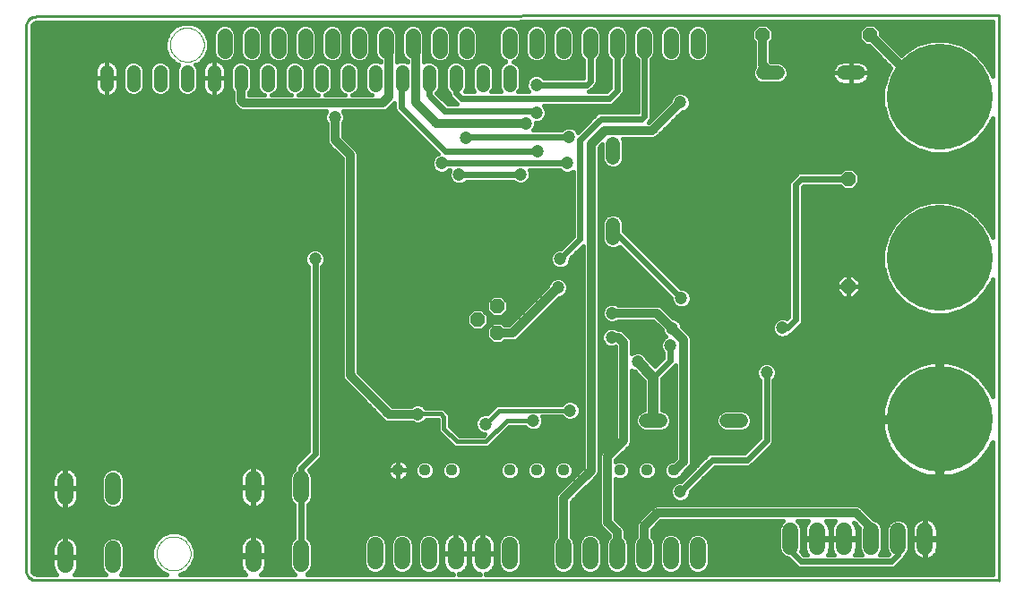
<source format=gbl>
G75*
%MOIN*%
%OFA0B0*%
%FSLAX24Y24*%
%IPPOS*%
%LPD*%
%AMOC8*
5,1,8,0,0,1.08239X$1,22.5*
%
%ADD10C,0.0100*%
%ADD11C,0.0000*%
%ADD12C,0.0560*%
%ADD13C,0.0600*%
%ADD14C,0.3937*%
%ADD15OC8,0.0520*%
%ADD16C,0.0520*%
%ADD17C,0.0515*%
%ADD18C,0.0440*%
%ADD19C,0.0320*%
%ADD20C,0.0472*%
%ADD21C,0.0160*%
%ADD22C,0.0240*%
%ADD23C,0.0400*%
D10*
X001574Y001180D02*
X037386Y001180D01*
X037380Y001174D02*
X037380Y022230D01*
X001574Y022180D01*
X001535Y022178D01*
X001497Y022172D01*
X001460Y022163D01*
X001423Y022150D01*
X001388Y022133D01*
X001355Y022114D01*
X001324Y022091D01*
X001295Y022065D01*
X001269Y022036D01*
X001246Y022005D01*
X001227Y021972D01*
X001210Y021937D01*
X001197Y021900D01*
X001188Y021863D01*
X001182Y021825D01*
X001180Y021786D01*
X001180Y001574D01*
X001182Y001535D01*
X001188Y001497D01*
X001197Y001460D01*
X001210Y001423D01*
X001227Y001388D01*
X001246Y001355D01*
X001269Y001324D01*
X001295Y001295D01*
X001324Y001269D01*
X001355Y001246D01*
X001388Y001227D01*
X001423Y001210D01*
X001460Y001197D01*
X001497Y001188D01*
X001535Y001182D01*
X001574Y001180D01*
D11*
X006050Y002180D02*
X006052Y002230D01*
X006058Y002280D01*
X006068Y002329D01*
X006082Y002377D01*
X006099Y002424D01*
X006120Y002469D01*
X006145Y002513D01*
X006173Y002554D01*
X006205Y002593D01*
X006239Y002630D01*
X006276Y002664D01*
X006316Y002694D01*
X006358Y002721D01*
X006402Y002745D01*
X006448Y002766D01*
X006495Y002782D01*
X006543Y002795D01*
X006593Y002804D01*
X006642Y002809D01*
X006693Y002810D01*
X006743Y002807D01*
X006792Y002800D01*
X006841Y002789D01*
X006889Y002774D01*
X006935Y002756D01*
X006980Y002734D01*
X007023Y002708D01*
X007064Y002679D01*
X007103Y002647D01*
X007139Y002612D01*
X007171Y002574D01*
X007201Y002534D01*
X007228Y002491D01*
X007251Y002447D01*
X007270Y002401D01*
X007286Y002353D01*
X007298Y002304D01*
X007306Y002255D01*
X007310Y002205D01*
X007310Y002155D01*
X007306Y002105D01*
X007298Y002056D01*
X007286Y002007D01*
X007270Y001959D01*
X007251Y001913D01*
X007228Y001869D01*
X007201Y001826D01*
X007171Y001786D01*
X007139Y001748D01*
X007103Y001713D01*
X007064Y001681D01*
X007023Y001652D01*
X006980Y001626D01*
X006935Y001604D01*
X006889Y001586D01*
X006841Y001571D01*
X006792Y001560D01*
X006743Y001553D01*
X006693Y001550D01*
X006642Y001551D01*
X006593Y001556D01*
X006543Y001565D01*
X006495Y001578D01*
X006448Y001594D01*
X006402Y001615D01*
X006358Y001639D01*
X006316Y001666D01*
X006276Y001696D01*
X006239Y001730D01*
X006205Y001767D01*
X006173Y001806D01*
X006145Y001847D01*
X006120Y001891D01*
X006099Y001936D01*
X006082Y001983D01*
X006068Y002031D01*
X006058Y002080D01*
X006052Y002130D01*
X006050Y002180D01*
X006550Y021130D02*
X006552Y021180D01*
X006558Y021230D01*
X006568Y021279D01*
X006582Y021327D01*
X006599Y021374D01*
X006620Y021419D01*
X006645Y021463D01*
X006673Y021504D01*
X006705Y021543D01*
X006739Y021580D01*
X006776Y021614D01*
X006816Y021644D01*
X006858Y021671D01*
X006902Y021695D01*
X006948Y021716D01*
X006995Y021732D01*
X007043Y021745D01*
X007093Y021754D01*
X007142Y021759D01*
X007193Y021760D01*
X007243Y021757D01*
X007292Y021750D01*
X007341Y021739D01*
X007389Y021724D01*
X007435Y021706D01*
X007480Y021684D01*
X007523Y021658D01*
X007564Y021629D01*
X007603Y021597D01*
X007639Y021562D01*
X007671Y021524D01*
X007701Y021484D01*
X007728Y021441D01*
X007751Y021397D01*
X007770Y021351D01*
X007786Y021303D01*
X007798Y021254D01*
X007806Y021205D01*
X007810Y021155D01*
X007810Y021105D01*
X007806Y021055D01*
X007798Y021006D01*
X007786Y020957D01*
X007770Y020909D01*
X007751Y020863D01*
X007728Y020819D01*
X007701Y020776D01*
X007671Y020736D01*
X007639Y020698D01*
X007603Y020663D01*
X007564Y020631D01*
X007523Y020602D01*
X007480Y020576D01*
X007435Y020554D01*
X007389Y020536D01*
X007341Y020521D01*
X007292Y020510D01*
X007243Y020503D01*
X007193Y020500D01*
X007142Y020501D01*
X007093Y020506D01*
X007043Y020515D01*
X006995Y020528D01*
X006948Y020544D01*
X006902Y020565D01*
X006858Y020589D01*
X006816Y020616D01*
X006776Y020646D01*
X006739Y020680D01*
X006705Y020717D01*
X006673Y020756D01*
X006645Y020797D01*
X006620Y020841D01*
X006599Y020886D01*
X006582Y020933D01*
X006568Y020981D01*
X006558Y021030D01*
X006552Y021080D01*
X006550Y021130D01*
D12*
X008580Y020900D02*
X008580Y021460D01*
X009580Y021460D02*
X009580Y020900D01*
X010580Y020900D02*
X010580Y021460D01*
X011580Y021460D02*
X011580Y020900D01*
X012580Y020900D02*
X012580Y021460D01*
X013580Y021460D02*
X013580Y020900D01*
X014580Y020900D02*
X014580Y021460D01*
X015580Y021460D02*
X015580Y020900D01*
X016580Y020900D02*
X016580Y021460D01*
X017580Y021460D02*
X017580Y020900D01*
X019180Y020900D02*
X019180Y021460D01*
X020180Y021460D02*
X020180Y020900D01*
X021180Y020900D02*
X021180Y021460D01*
X022180Y021460D02*
X022180Y020900D01*
X023180Y020900D02*
X023180Y021460D01*
X024180Y021460D02*
X024180Y020900D01*
X025180Y020900D02*
X025180Y021460D01*
X026180Y021460D02*
X026180Y020900D01*
D13*
X011420Y004956D02*
X011420Y004356D01*
X009640Y004356D02*
X009640Y004956D01*
X009640Y002396D02*
X009640Y001796D01*
X011420Y001796D02*
X011420Y002396D01*
X014180Y002480D02*
X014180Y001880D01*
X015180Y001880D02*
X015180Y002480D01*
X016180Y002480D02*
X016180Y001880D01*
X017180Y001880D02*
X017180Y002480D01*
X018180Y002480D02*
X018180Y001880D01*
X019180Y001880D02*
X019180Y002480D01*
X021180Y002480D02*
X021180Y001880D01*
X022180Y001880D02*
X022180Y002480D01*
X023180Y002480D02*
X023180Y001880D01*
X024180Y001880D02*
X024180Y002480D01*
X025180Y002480D02*
X025180Y001880D01*
X026180Y001880D02*
X026180Y002480D01*
X029630Y002430D02*
X029630Y003030D01*
X030630Y003030D02*
X030630Y002430D01*
X031630Y002430D02*
X031630Y003030D01*
X032630Y003030D02*
X032630Y002430D01*
X033630Y002430D02*
X033630Y003030D01*
X034630Y003030D02*
X034630Y002430D01*
X004432Y002346D02*
X004432Y001746D01*
X002652Y001746D02*
X002652Y002346D01*
X002652Y004306D02*
X002652Y004906D01*
X004432Y004906D02*
X004432Y004306D01*
D14*
X035180Y007180D03*
X035180Y013180D03*
X035180Y019180D03*
D15*
X032580Y021480D03*
X028580Y021480D03*
X031780Y016130D03*
X031780Y012130D03*
X018730Y011380D03*
X017980Y010880D03*
X018730Y010380D03*
D16*
X024270Y007130D02*
X024790Y007130D01*
X027270Y007130D02*
X027790Y007130D01*
X023030Y013920D02*
X023030Y014440D01*
X023030Y016920D02*
X023030Y017440D01*
X028620Y020080D02*
X029140Y020080D01*
X031620Y020080D02*
X032140Y020080D01*
D17*
X019180Y020137D02*
X019180Y019623D01*
X018180Y019623D02*
X018180Y020137D01*
X017180Y020137D02*
X017180Y019623D01*
X016180Y019623D02*
X016180Y020137D01*
X015180Y020137D02*
X015180Y019623D01*
X014180Y019623D02*
X014180Y020137D01*
X013180Y020137D02*
X013180Y019623D01*
X012180Y019623D02*
X012180Y020137D01*
X011180Y020137D02*
X011180Y019623D01*
X010180Y019623D02*
X010180Y020137D01*
X009180Y020137D02*
X009180Y019623D01*
X008180Y019623D02*
X008180Y020137D01*
X007180Y020137D02*
X007180Y019623D01*
X006180Y019623D02*
X006180Y020137D01*
X005180Y020137D02*
X005180Y019623D01*
X004180Y019623D02*
X004180Y020137D01*
D18*
X015030Y005282D03*
X016030Y005282D03*
X017030Y005282D03*
X019180Y005282D03*
X020180Y005282D03*
X021180Y005282D03*
X023280Y005282D03*
X024280Y005282D03*
X025280Y005282D03*
D19*
X025327Y005282D01*
X025655Y005610D01*
X025655Y010140D01*
X025220Y010570D01*
X024655Y011135D01*
X022995Y011135D01*
X022980Y010230D02*
X023230Y010230D01*
X023430Y010030D01*
X023430Y006380D01*
X022830Y005780D01*
X022830Y003330D01*
X023180Y002980D01*
X023180Y002180D01*
X024180Y002180D02*
X024180Y003180D01*
X024680Y003680D01*
X032080Y003680D01*
X032630Y003130D01*
X032630Y002730D01*
X022210Y005250D02*
X022025Y005065D01*
X022020Y005065D01*
X021735Y004780D01*
X021730Y004780D01*
X021180Y004230D01*
X021180Y002180D01*
X022210Y005250D02*
X022210Y017425D01*
X022725Y017940D01*
X024490Y017940D01*
X025530Y018980D01*
X028580Y020380D02*
X028880Y020080D01*
X028580Y020380D02*
X028580Y021480D01*
X032580Y021480D02*
X034880Y019180D01*
X035180Y019180D01*
X020980Y012080D02*
X019280Y010380D01*
X018730Y010380D01*
X015760Y007375D02*
X015575Y007365D01*
X014690Y007365D01*
X013240Y008815D01*
X013240Y017020D01*
X012680Y017580D01*
X012680Y018425D01*
X014455Y018945D02*
X014690Y019180D01*
X014690Y021070D01*
X014580Y021180D01*
X015580Y021180D02*
X015685Y021075D01*
X015685Y018980D01*
X016460Y018195D01*
X019780Y018195D01*
X014455Y018945D02*
X009305Y018945D01*
X009180Y019070D01*
X009180Y019880D01*
D20*
X012680Y018425D03*
X014980Y017080D03*
X014980Y016280D03*
X014980Y015480D03*
X014980Y014680D03*
X017230Y014680D03*
X017230Y015480D03*
X017305Y016290D03*
X016650Y016720D03*
X017560Y017675D03*
X019780Y018195D03*
X020180Y018595D03*
X021395Y017695D03*
X020230Y017160D03*
X021330Y016720D03*
X019590Y016300D03*
X023580Y018930D03*
X023680Y019980D03*
X022680Y019980D03*
X021730Y020230D03*
X020180Y019640D03*
X019830Y020280D03*
X025530Y018980D03*
X025550Y017410D03*
X025555Y016615D03*
X026830Y016355D03*
X026830Y017155D03*
X028155Y017145D03*
X028155Y016345D03*
X025550Y015820D03*
X024850Y013095D03*
X025565Y011690D03*
X025220Y010570D03*
X025165Y009930D03*
X023950Y009320D03*
X022980Y010230D03*
X022995Y011135D03*
X020980Y012080D03*
X020005Y012330D03*
X019205Y012330D03*
X018405Y012330D03*
X017280Y011680D03*
X017280Y010880D03*
X017280Y010080D03*
X015030Y010080D03*
X015030Y010880D03*
X015030Y011680D03*
X012680Y011680D03*
X012680Y010880D03*
X012680Y010080D03*
X010430Y010080D03*
X010430Y010880D03*
X010430Y011680D03*
X011940Y013145D03*
X012630Y014680D03*
X012630Y015480D03*
X012630Y016280D03*
X010380Y016280D03*
X010380Y015480D03*
X010380Y014680D03*
X007930Y014680D03*
X007930Y015480D03*
X007930Y016280D03*
X005580Y016280D03*
X005580Y015480D03*
X005580Y014680D03*
X003330Y014680D03*
X003330Y015480D03*
X003330Y016280D03*
X003380Y011680D03*
X003380Y010880D03*
X003380Y010080D03*
X005630Y010080D03*
X005630Y010880D03*
X005630Y011680D03*
X007980Y011680D03*
X007980Y010880D03*
X007980Y010080D03*
X009730Y006130D03*
X010530Y006130D03*
X011330Y006130D03*
X012830Y006150D03*
X014705Y006125D03*
X015760Y007375D03*
X016580Y006250D03*
X018275Y007005D03*
X020060Y007125D03*
X020215Y006310D03*
X021430Y007510D03*
X026180Y008880D03*
X028745Y008915D03*
X029980Y008780D03*
X032180Y008480D03*
X032180Y010080D03*
X034280Y010130D03*
X035080Y010130D03*
X035880Y010130D03*
X029330Y010580D03*
X021065Y013155D03*
X031130Y017380D03*
X031930Y017380D03*
X031930Y018180D03*
X031930Y018980D03*
X027830Y005130D03*
X027830Y004330D03*
X025530Y004480D03*
X027830Y003030D03*
X035980Y003280D03*
X035980Y004080D03*
X035980Y002480D03*
X005580Y001730D03*
X004330Y006130D03*
X003530Y006130D03*
X002730Y006130D03*
D21*
X002690Y005386D02*
X002672Y005386D01*
X002672Y004626D01*
X002632Y004626D01*
X002632Y005386D01*
X002614Y005386D01*
X002540Y005374D01*
X002468Y005351D01*
X002401Y005316D01*
X002340Y005272D01*
X002286Y005218D01*
X002242Y005157D01*
X002207Y005090D01*
X002184Y005018D01*
X002172Y004943D01*
X002172Y004626D01*
X002632Y004626D01*
X002632Y004586D01*
X002172Y004586D01*
X002172Y004268D01*
X002184Y004193D01*
X002207Y004121D01*
X002242Y004054D01*
X002286Y003993D01*
X002340Y003940D01*
X002401Y003895D01*
X002468Y003861D01*
X002540Y003837D01*
X002614Y003826D01*
X002632Y003826D01*
X002632Y004586D01*
X002672Y004586D01*
X002672Y004626D01*
X003132Y004626D01*
X003132Y004943D01*
X003120Y005018D01*
X003097Y005090D01*
X003063Y005157D01*
X003018Y005218D01*
X002965Y005272D01*
X002904Y005316D01*
X002836Y005351D01*
X002765Y005374D01*
X002690Y005386D01*
X002672Y005301D02*
X002632Y005301D01*
X002632Y005143D02*
X002672Y005143D01*
X002672Y004984D02*
X002632Y004984D01*
X002632Y004826D02*
X002672Y004826D01*
X002672Y004667D02*
X002632Y004667D01*
X002672Y004586D02*
X003132Y004586D01*
X003132Y004268D01*
X003120Y004193D01*
X003097Y004121D01*
X003063Y004054D01*
X003018Y003993D01*
X002965Y003940D01*
X002904Y003895D01*
X002836Y003861D01*
X002765Y003837D01*
X002690Y003826D01*
X002672Y003826D01*
X002672Y004586D01*
X002672Y004509D02*
X002632Y004509D01*
X002632Y004350D02*
X002672Y004350D01*
X002672Y004192D02*
X002632Y004192D01*
X002632Y004033D02*
X002672Y004033D01*
X002672Y003875D02*
X002632Y003875D01*
X002441Y003875D02*
X001410Y003875D01*
X001410Y004033D02*
X002257Y004033D01*
X002185Y004192D02*
X001410Y004192D01*
X001410Y004350D02*
X002172Y004350D01*
X002172Y004509D02*
X001410Y004509D01*
X001410Y004667D02*
X002172Y004667D01*
X002172Y004826D02*
X001410Y004826D01*
X001410Y004984D02*
X002179Y004984D01*
X002234Y005143D02*
X001410Y005143D01*
X001410Y005301D02*
X002380Y005301D01*
X002925Y005301D02*
X004237Y005301D01*
X004183Y005279D02*
X004345Y005346D01*
X004520Y005346D01*
X004681Y005279D01*
X004805Y005155D01*
X004872Y004993D01*
X004872Y004218D01*
X004805Y004056D01*
X004681Y003933D01*
X004520Y003866D01*
X004345Y003866D01*
X004183Y003933D01*
X004059Y004056D01*
X003992Y004218D01*
X003992Y004993D01*
X004059Y005155D01*
X004183Y005279D01*
X004054Y005143D02*
X003070Y005143D01*
X003126Y004984D02*
X003992Y004984D01*
X003992Y004826D02*
X003132Y004826D01*
X003132Y004667D02*
X003992Y004667D01*
X003992Y004509D02*
X003132Y004509D01*
X003132Y004350D02*
X003992Y004350D01*
X004003Y004192D02*
X003120Y004192D01*
X003047Y004033D02*
X004083Y004033D01*
X004323Y003875D02*
X002863Y003875D01*
X001410Y003716D02*
X011160Y003716D01*
X011160Y003558D02*
X001410Y003558D01*
X001410Y003399D02*
X011160Y003399D01*
X011160Y003241D02*
X001410Y003241D01*
X001410Y003082D02*
X011160Y003082D01*
X011160Y002924D02*
X007001Y002924D01*
X007139Y002867D02*
X006841Y002990D01*
X006519Y002990D01*
X006221Y002867D01*
X005993Y002639D01*
X005870Y002341D01*
X005870Y002019D01*
X005993Y001721D01*
X006221Y001493D01*
X006423Y001410D01*
X004719Y001410D01*
X004805Y001496D01*
X004872Y001658D01*
X004872Y002433D01*
X004805Y002595D01*
X004681Y002719D01*
X004520Y002786D01*
X004345Y002786D01*
X004183Y002719D01*
X004059Y002595D01*
X003992Y002433D01*
X003992Y001658D01*
X004059Y001496D01*
X004146Y001410D01*
X002995Y001410D01*
X003018Y001433D01*
X003063Y001494D01*
X003097Y001561D01*
X003120Y001633D01*
X003132Y001708D01*
X003132Y002026D01*
X002672Y002026D01*
X002672Y002066D01*
X002632Y002066D01*
X002632Y002826D01*
X002614Y002826D01*
X002540Y002814D01*
X002468Y002791D01*
X002401Y002756D01*
X002340Y002712D01*
X002286Y002658D01*
X002242Y002597D01*
X002207Y002530D01*
X002184Y002458D01*
X002172Y002383D01*
X002172Y002066D01*
X002632Y002066D01*
X002632Y002026D01*
X002172Y002026D01*
X002172Y001708D01*
X002184Y001633D01*
X002207Y001561D01*
X002242Y001494D01*
X002286Y001433D01*
X002309Y001410D01*
X001574Y001410D01*
X001542Y001413D01*
X001483Y001438D01*
X001438Y001483D01*
X001413Y001542D01*
X001410Y001574D01*
X001410Y021786D01*
X001413Y021818D01*
X001438Y021877D01*
X001483Y021922D01*
X001542Y021947D01*
X001574Y021950D01*
X001669Y021950D01*
X001669Y021950D01*
X037150Y022000D01*
X037150Y019974D01*
X037145Y019994D01*
X036867Y020475D01*
X036475Y020867D01*
X035994Y021145D01*
X035458Y021289D01*
X034902Y021289D01*
X034366Y021145D01*
X033885Y020867D01*
X033751Y020733D01*
X032980Y021504D01*
X032980Y021646D01*
X032746Y021880D01*
X032414Y021880D01*
X032180Y021646D01*
X032180Y021314D01*
X032414Y021080D01*
X032556Y021080D01*
X033371Y020264D01*
X033215Y019994D01*
X033071Y019458D01*
X033071Y018902D01*
X033215Y018366D01*
X033493Y017885D01*
X033885Y017493D01*
X034366Y017215D01*
X034902Y017071D01*
X035458Y017071D01*
X035994Y017215D01*
X036475Y017493D01*
X036867Y017885D01*
X037145Y018366D01*
X037150Y018386D01*
X037150Y013974D01*
X037145Y013994D01*
X036867Y014475D01*
X036475Y014867D01*
X035994Y015145D01*
X035458Y015289D01*
X034902Y015289D01*
X034366Y015145D01*
X033885Y014867D01*
X033493Y014475D01*
X033215Y013994D01*
X033071Y013458D01*
X033071Y012902D01*
X033215Y012366D01*
X033493Y011885D01*
X033885Y011493D01*
X034366Y011215D01*
X034902Y011071D01*
X035458Y011071D01*
X035994Y011215D01*
X036475Y011493D01*
X036867Y011885D01*
X037145Y012366D01*
X037150Y012386D01*
X037150Y008038D01*
X037133Y008080D01*
X037056Y008231D01*
X036968Y008375D01*
X036869Y008511D01*
X036759Y008640D01*
X036640Y008759D01*
X036511Y008869D01*
X036375Y008968D01*
X036231Y009056D01*
X036080Y009133D01*
X035924Y009197D01*
X035764Y009249D01*
X035599Y009289D01*
X035433Y009315D01*
X035264Y009329D01*
X035260Y009329D01*
X035260Y007260D01*
X035100Y007260D01*
X035100Y009329D01*
X035096Y009329D01*
X034927Y009315D01*
X034761Y009289D01*
X034596Y009249D01*
X034436Y009197D01*
X034280Y009133D01*
X034129Y009056D01*
X033985Y008968D01*
X033849Y008869D01*
X033720Y008759D01*
X033601Y008640D01*
X033491Y008511D01*
X033392Y008375D01*
X033304Y008231D01*
X033227Y008080D01*
X033163Y007924D01*
X033111Y007764D01*
X033071Y007599D01*
X033045Y007433D01*
X033031Y007264D01*
X033031Y007260D01*
X035100Y007260D01*
X035100Y007100D01*
X035260Y007100D01*
X035260Y005031D01*
X035264Y005031D01*
X035433Y005045D01*
X035599Y005071D01*
X035764Y005111D01*
X035924Y005163D01*
X036080Y005227D01*
X036231Y005304D01*
X036375Y005392D01*
X036511Y005491D01*
X036640Y005601D01*
X036759Y005720D01*
X036869Y005849D01*
X036968Y005985D01*
X037056Y006129D01*
X037133Y006280D01*
X037150Y006322D01*
X037150Y001410D01*
X018281Y001410D01*
X018292Y001412D01*
X018364Y001435D01*
X018432Y001469D01*
X018493Y001514D01*
X018546Y001567D01*
X018591Y001628D01*
X018625Y001696D01*
X018648Y001768D01*
X018660Y001842D01*
X018660Y002160D01*
X018200Y002160D01*
X018200Y002200D01*
X018160Y002200D01*
X018160Y002960D01*
X018142Y002960D01*
X018068Y002948D01*
X017996Y002925D01*
X017928Y002891D01*
X017867Y002846D01*
X017814Y002793D01*
X017769Y002732D01*
X017735Y002664D01*
X017712Y002592D01*
X017700Y002518D01*
X017700Y002200D01*
X018160Y002200D01*
X018160Y002160D01*
X017700Y002160D01*
X017700Y001842D01*
X017712Y001768D01*
X017735Y001696D01*
X017769Y001628D01*
X017814Y001567D01*
X017867Y001514D01*
X017928Y001469D01*
X017996Y001435D01*
X018068Y001412D01*
X018079Y001410D01*
X017281Y001410D01*
X017292Y001412D01*
X017364Y001435D01*
X017432Y001469D01*
X017493Y001514D01*
X017546Y001567D01*
X017591Y001628D01*
X017625Y001696D01*
X017648Y001768D01*
X017660Y001842D01*
X017660Y002160D01*
X017200Y002160D01*
X017200Y002200D01*
X017160Y002200D01*
X017160Y002960D01*
X017142Y002960D01*
X017068Y002948D01*
X016996Y002925D01*
X016928Y002891D01*
X016867Y002846D01*
X016814Y002793D01*
X016769Y002732D01*
X016735Y002664D01*
X016712Y002592D01*
X016700Y002518D01*
X016700Y002200D01*
X017160Y002200D01*
X017160Y002160D01*
X016700Y002160D01*
X016700Y001842D01*
X016712Y001768D01*
X016735Y001696D01*
X016769Y001628D01*
X016814Y001567D01*
X016867Y001514D01*
X016928Y001469D01*
X016996Y001435D01*
X017068Y001412D01*
X017079Y001410D01*
X011639Y001410D01*
X011669Y001423D01*
X011793Y001546D01*
X011860Y001708D01*
X011860Y002483D01*
X011793Y002645D01*
X011680Y002758D01*
X011680Y003993D01*
X011793Y004106D01*
X011860Y004268D01*
X011860Y005043D01*
X011793Y005205D01*
X011713Y005285D01*
X012092Y005665D01*
X012165Y005738D01*
X012205Y005833D01*
X012205Y012878D01*
X012259Y012932D01*
X012316Y013070D01*
X012316Y013220D01*
X012259Y013358D01*
X012153Y013464D01*
X012015Y013521D01*
X011865Y013521D01*
X011727Y013464D01*
X011621Y013358D01*
X011564Y013220D01*
X011564Y013070D01*
X011621Y012932D01*
X011685Y012868D01*
X011685Y005993D01*
X011200Y005507D01*
X011160Y005412D01*
X011160Y005318D01*
X011047Y005205D01*
X010980Y005043D01*
X010980Y004268D01*
X011047Y004106D01*
X011160Y003993D01*
X011160Y002758D01*
X011047Y002645D01*
X010980Y002483D01*
X010980Y001708D01*
X011047Y001546D01*
X011171Y001423D01*
X011201Y001410D01*
X009926Y001410D01*
X009953Y001430D01*
X010006Y001483D01*
X010051Y001544D01*
X010085Y001611D01*
X010108Y001683D01*
X010120Y001758D01*
X010120Y002076D01*
X009660Y002076D01*
X009660Y002116D01*
X009620Y002116D01*
X009620Y002876D01*
X009602Y002876D01*
X009528Y002864D01*
X009456Y002841D01*
X009388Y002806D01*
X009327Y002762D01*
X009274Y002708D01*
X009229Y002647D01*
X009195Y002580D01*
X009172Y002508D01*
X009160Y002433D01*
X009160Y002116D01*
X009620Y002116D01*
X009620Y002076D01*
X009160Y002076D01*
X009160Y001758D01*
X009172Y001683D01*
X009195Y001611D01*
X009229Y001544D01*
X009274Y001483D01*
X009327Y001430D01*
X009354Y001410D01*
X006937Y001410D01*
X007139Y001493D01*
X007367Y001721D01*
X007490Y002019D01*
X007490Y002341D01*
X007367Y002639D01*
X007139Y002867D01*
X007240Y002765D02*
X009332Y002765D01*
X009209Y002607D02*
X007380Y002607D01*
X007446Y002448D02*
X009162Y002448D01*
X009160Y002290D02*
X007490Y002290D01*
X007490Y002131D02*
X009160Y002131D01*
X009160Y001973D02*
X007471Y001973D01*
X007405Y001814D02*
X009160Y001814D01*
X009181Y001656D02*
X007301Y001656D01*
X007142Y001497D02*
X009264Y001497D01*
X010016Y001497D02*
X011096Y001497D01*
X011002Y001656D02*
X010099Y001656D01*
X010120Y001814D02*
X010980Y001814D01*
X010980Y001973D02*
X010120Y001973D01*
X010120Y002116D02*
X009660Y002116D01*
X009660Y002876D01*
X009678Y002876D01*
X009752Y002864D01*
X009824Y002841D01*
X009892Y002806D01*
X009953Y002762D01*
X010006Y002708D01*
X010051Y002647D01*
X010085Y002580D01*
X010108Y002508D01*
X010120Y002433D01*
X010120Y002116D01*
X010120Y002131D02*
X010980Y002131D01*
X010980Y002290D02*
X010120Y002290D01*
X010118Y002448D02*
X010980Y002448D01*
X011031Y002607D02*
X010071Y002607D01*
X009948Y002765D02*
X011160Y002765D01*
X011680Y002765D02*
X013843Y002765D01*
X013807Y002729D02*
X013740Y002568D01*
X013740Y001792D01*
X013807Y001631D01*
X013931Y001507D01*
X014092Y001440D01*
X014268Y001440D01*
X014429Y001507D01*
X014553Y001631D01*
X014620Y001792D01*
X014620Y002568D01*
X014553Y002729D01*
X014429Y002853D01*
X014268Y002920D01*
X014092Y002920D01*
X013931Y002853D01*
X013807Y002729D01*
X013756Y002607D02*
X011809Y002607D01*
X011860Y002448D02*
X013740Y002448D01*
X013740Y002290D02*
X011860Y002290D01*
X011860Y002131D02*
X013740Y002131D01*
X013740Y001973D02*
X011860Y001973D01*
X011860Y001814D02*
X013740Y001814D01*
X013797Y001656D02*
X011838Y001656D01*
X011744Y001497D02*
X013955Y001497D01*
X014405Y001497D02*
X014955Y001497D01*
X014931Y001507D02*
X015092Y001440D01*
X015268Y001440D01*
X015429Y001507D01*
X015553Y001631D01*
X015620Y001792D01*
X015620Y002568D01*
X015553Y002729D01*
X015429Y002853D01*
X015268Y002920D01*
X015092Y002920D01*
X014931Y002853D01*
X014807Y002729D01*
X014740Y002568D01*
X014740Y001792D01*
X014807Y001631D01*
X014931Y001507D01*
X014797Y001656D02*
X014563Y001656D01*
X014620Y001814D02*
X014740Y001814D01*
X014740Y001973D02*
X014620Y001973D01*
X014620Y002131D02*
X014740Y002131D01*
X014740Y002290D02*
X014620Y002290D01*
X014620Y002448D02*
X014740Y002448D01*
X014756Y002607D02*
X014604Y002607D01*
X014517Y002765D02*
X014843Y002765D01*
X015517Y002765D02*
X015843Y002765D01*
X015807Y002729D02*
X015740Y002568D01*
X015740Y001792D01*
X015807Y001631D01*
X015931Y001507D01*
X016092Y001440D01*
X016268Y001440D01*
X016429Y001507D01*
X016553Y001631D01*
X016620Y001792D01*
X016620Y002568D01*
X016553Y002729D01*
X016429Y002853D01*
X016268Y002920D01*
X016092Y002920D01*
X015931Y002853D01*
X015807Y002729D01*
X015756Y002607D02*
X015604Y002607D01*
X015620Y002448D02*
X015740Y002448D01*
X015740Y002290D02*
X015620Y002290D01*
X015620Y002131D02*
X015740Y002131D01*
X015740Y001973D02*
X015620Y001973D01*
X015620Y001814D02*
X015740Y001814D01*
X015797Y001656D02*
X015563Y001656D01*
X015405Y001497D02*
X015955Y001497D01*
X016405Y001497D02*
X016891Y001497D01*
X016756Y001656D02*
X016563Y001656D01*
X016620Y001814D02*
X016704Y001814D01*
X016700Y001973D02*
X016620Y001973D01*
X016620Y002131D02*
X016700Y002131D01*
X016700Y002290D02*
X016620Y002290D01*
X016620Y002448D02*
X016700Y002448D01*
X016716Y002607D02*
X016604Y002607D01*
X016517Y002765D02*
X016794Y002765D01*
X016993Y002924D02*
X011680Y002924D01*
X011680Y003082D02*
X020880Y003082D01*
X020880Y002924D02*
X018367Y002924D01*
X018364Y002925D02*
X018292Y002948D01*
X018218Y002960D01*
X018200Y002960D01*
X018200Y002200D01*
X018660Y002200D01*
X018660Y002518D01*
X018648Y002592D01*
X018625Y002664D01*
X018591Y002732D01*
X018546Y002793D01*
X018493Y002846D01*
X018432Y002891D01*
X018364Y002925D01*
X018200Y002924D02*
X018160Y002924D01*
X018160Y002765D02*
X018200Y002765D01*
X018200Y002607D02*
X018160Y002607D01*
X018160Y002448D02*
X018200Y002448D01*
X018200Y002290D02*
X018160Y002290D01*
X017700Y002290D02*
X017660Y002290D01*
X017660Y002200D02*
X017660Y002518D01*
X017648Y002592D01*
X017625Y002664D01*
X017591Y002732D01*
X017546Y002793D01*
X017493Y002846D01*
X017432Y002891D01*
X017364Y002925D01*
X017292Y002948D01*
X017218Y002960D01*
X017200Y002960D01*
X017200Y002200D01*
X017660Y002200D01*
X017660Y002131D02*
X017700Y002131D01*
X017700Y001973D02*
X017660Y001973D01*
X017656Y001814D02*
X017704Y001814D01*
X017756Y001656D02*
X017604Y001656D01*
X017469Y001497D02*
X017891Y001497D01*
X018469Y001497D02*
X018955Y001497D01*
X018931Y001507D02*
X019092Y001440D01*
X019268Y001440D01*
X019429Y001507D01*
X019553Y001631D01*
X019620Y001792D01*
X019620Y002568D01*
X019553Y002729D01*
X019429Y002853D01*
X019268Y002920D01*
X019092Y002920D01*
X018931Y002853D01*
X018807Y002729D01*
X018740Y002568D01*
X018740Y001792D01*
X018807Y001631D01*
X018931Y001507D01*
X018797Y001656D02*
X018604Y001656D01*
X018656Y001814D02*
X018740Y001814D01*
X018740Y001973D02*
X018660Y001973D01*
X018660Y002131D02*
X018740Y002131D01*
X018740Y002290D02*
X018660Y002290D01*
X018660Y002448D02*
X018740Y002448D01*
X018756Y002607D02*
X018644Y002607D01*
X018566Y002765D02*
X018843Y002765D01*
X019517Y002765D02*
X020843Y002765D01*
X020807Y002729D02*
X020740Y002568D01*
X020740Y001792D01*
X020807Y001631D01*
X020931Y001507D01*
X021092Y001440D01*
X021268Y001440D01*
X021429Y001507D01*
X021553Y001631D01*
X021620Y001792D01*
X021620Y002568D01*
X021553Y002729D01*
X021480Y002802D01*
X021480Y004106D01*
X021896Y004522D01*
X021905Y004526D01*
X022186Y004807D01*
X022195Y004811D01*
X022380Y004996D01*
X022464Y005080D01*
X022510Y005190D01*
X022510Y017301D01*
X022630Y017421D01*
X022630Y016840D01*
X022691Y016693D01*
X022803Y016581D01*
X022950Y016520D01*
X023110Y016520D01*
X023257Y016581D01*
X023369Y016693D01*
X023430Y016840D01*
X023430Y017520D01*
X023380Y017640D01*
X024550Y017640D01*
X024660Y017686D01*
X024744Y017770D01*
X025578Y018604D01*
X025605Y018604D01*
X025743Y018661D01*
X025849Y018767D01*
X025906Y018905D01*
X025906Y019055D01*
X025849Y019193D01*
X025743Y019299D01*
X025605Y019356D01*
X025455Y019356D01*
X025317Y019299D01*
X025211Y019193D01*
X025154Y019055D01*
X025154Y019028D01*
X024366Y018240D01*
X024348Y018240D01*
X024420Y018313D01*
X024460Y018408D01*
X024460Y020586D01*
X024536Y020662D01*
X024600Y020816D01*
X024600Y021544D01*
X024536Y021698D01*
X024418Y021816D01*
X024264Y021880D01*
X024096Y021880D01*
X023942Y021816D01*
X023824Y021698D01*
X023760Y021544D01*
X023760Y020816D01*
X023824Y020662D01*
X023940Y020546D01*
X023940Y018625D01*
X022533Y018625D01*
X022438Y018585D01*
X021728Y017875D01*
X021714Y017908D01*
X021608Y018014D01*
X021470Y018071D01*
X021320Y018071D01*
X021182Y018014D01*
X021118Y017950D01*
X020067Y017950D01*
X020099Y017982D01*
X020156Y018120D01*
X020156Y018219D01*
X020255Y018219D01*
X020393Y018276D01*
X020499Y018382D01*
X020556Y018520D01*
X020556Y018670D01*
X020499Y018808D01*
X020442Y018865D01*
X022932Y018865D01*
X023027Y018905D01*
X023400Y019278D01*
X023440Y019373D01*
X023440Y020566D01*
X023536Y020662D01*
X023600Y020816D01*
X023600Y021544D01*
X023536Y021698D01*
X023418Y021816D01*
X023264Y021880D01*
X023096Y021880D01*
X022942Y021816D01*
X022824Y021698D01*
X022760Y021544D01*
X022760Y020816D01*
X022824Y020662D01*
X022920Y020566D01*
X022920Y019533D01*
X022772Y019385D01*
X022119Y019385D01*
X022202Y019420D01*
X022275Y019493D01*
X022400Y019618D01*
X022440Y019713D01*
X022440Y020566D01*
X022536Y020662D01*
X022600Y020816D01*
X022600Y021544D01*
X022536Y021698D01*
X022418Y021816D01*
X022264Y021880D01*
X022096Y021880D01*
X021942Y021816D01*
X021824Y021698D01*
X021760Y021544D01*
X021760Y020816D01*
X021824Y020662D01*
X021920Y020566D01*
X021920Y019900D01*
X020452Y019900D01*
X020393Y019959D01*
X020255Y020016D01*
X020105Y020016D01*
X019967Y019959D01*
X019861Y019853D01*
X019804Y019715D01*
X019804Y019565D01*
X019861Y019427D01*
X019903Y019385D01*
X019505Y019385D01*
X019517Y019397D01*
X019577Y019543D01*
X019577Y020217D01*
X019517Y020363D01*
X019405Y020474D01*
X019328Y020507D01*
X019418Y020544D01*
X019536Y020662D01*
X019600Y020816D01*
X019600Y021544D01*
X019536Y021698D01*
X019418Y021816D01*
X019264Y021880D01*
X019096Y021880D01*
X018942Y021816D01*
X018824Y021698D01*
X018760Y021544D01*
X018760Y020816D01*
X018824Y020662D01*
X018942Y020544D01*
X019032Y020507D01*
X018955Y020474D01*
X018843Y020363D01*
X018783Y020217D01*
X018783Y019543D01*
X018843Y019397D01*
X018855Y019385D01*
X018505Y019385D01*
X018517Y019397D01*
X018577Y019543D01*
X018577Y020217D01*
X018517Y020363D01*
X018405Y020474D01*
X018259Y020535D01*
X018101Y020535D01*
X017955Y020474D01*
X017843Y020363D01*
X017783Y020217D01*
X017783Y019543D01*
X017843Y019397D01*
X017855Y019385D01*
X017508Y019385D01*
X017506Y019387D01*
X017517Y019397D01*
X017577Y019543D01*
X017577Y020217D01*
X017517Y020363D01*
X017405Y020474D01*
X017259Y020535D01*
X017101Y020535D01*
X016955Y020474D01*
X016843Y020363D01*
X016783Y020217D01*
X016783Y019543D01*
X016843Y019397D01*
X016925Y019315D01*
X016925Y019288D01*
X016965Y019193D01*
X017227Y018930D01*
X016878Y018930D01*
X016464Y019344D01*
X016517Y019397D01*
X016577Y019543D01*
X016577Y020217D01*
X016517Y020363D01*
X016405Y020474D01*
X016259Y020535D01*
X016101Y020535D01*
X015985Y020487D01*
X015985Y020780D01*
X016000Y020816D01*
X016000Y021544D01*
X015936Y021698D01*
X015818Y021816D01*
X015664Y021880D01*
X015496Y021880D01*
X015342Y021816D01*
X015224Y021698D01*
X015160Y021544D01*
X015160Y020816D01*
X015224Y020662D01*
X015342Y020544D01*
X015385Y020526D01*
X015385Y020483D01*
X015259Y020535D01*
X015101Y020535D01*
X014990Y020489D01*
X014990Y020792D01*
X015000Y020816D01*
X015000Y021544D01*
X014936Y021698D01*
X014818Y021816D01*
X014664Y021880D01*
X014496Y021880D01*
X014342Y021816D01*
X014224Y021698D01*
X014160Y021544D01*
X014160Y020816D01*
X014224Y020662D01*
X014342Y020544D01*
X014390Y020524D01*
X014390Y020481D01*
X014259Y020535D01*
X014101Y020535D01*
X013955Y020474D01*
X013843Y020363D01*
X013783Y020217D01*
X013783Y019543D01*
X013843Y019397D01*
X013955Y019286D01*
X014053Y019245D01*
X013307Y019245D01*
X013405Y019286D01*
X013517Y019397D01*
X013577Y019543D01*
X013577Y020217D01*
X013517Y020363D01*
X013405Y020474D01*
X013259Y020535D01*
X013101Y020535D01*
X012955Y020474D01*
X012843Y020363D01*
X012783Y020217D01*
X012783Y019543D01*
X012843Y019397D01*
X012955Y019286D01*
X013053Y019245D01*
X012307Y019245D01*
X012405Y019286D01*
X012517Y019397D01*
X012577Y019543D01*
X012577Y020217D01*
X012517Y020363D01*
X012405Y020474D01*
X012259Y020535D01*
X012101Y020535D01*
X011955Y020474D01*
X011843Y020363D01*
X011783Y020217D01*
X011783Y019543D01*
X011843Y019397D01*
X011955Y019286D01*
X012053Y019245D01*
X011307Y019245D01*
X011405Y019286D01*
X011517Y019397D01*
X011577Y019543D01*
X011577Y020217D01*
X011517Y020363D01*
X011405Y020474D01*
X011259Y020535D01*
X011101Y020535D01*
X010955Y020474D01*
X010843Y020363D01*
X010783Y020217D01*
X010783Y019543D01*
X010843Y019397D01*
X010955Y019286D01*
X011053Y019245D01*
X010307Y019245D01*
X010405Y019286D01*
X010517Y019397D01*
X010577Y019543D01*
X010577Y020217D01*
X010517Y020363D01*
X010405Y020474D01*
X010259Y020535D01*
X010101Y020535D01*
X009955Y020474D01*
X009843Y020363D01*
X009783Y020217D01*
X009783Y019543D01*
X009843Y019397D01*
X009955Y019286D01*
X010053Y019245D01*
X009480Y019245D01*
X009480Y019360D01*
X009517Y019397D01*
X009577Y019543D01*
X009577Y020217D01*
X009517Y020363D01*
X009405Y020474D01*
X009259Y020535D01*
X009101Y020535D01*
X008955Y020474D01*
X008843Y020363D01*
X008783Y020217D01*
X008783Y019543D01*
X008843Y019397D01*
X008880Y019360D01*
X008880Y019010D01*
X008926Y018900D01*
X009051Y018775D01*
X009135Y018691D01*
X009245Y018645D01*
X012368Y018645D01*
X012361Y018638D01*
X012304Y018500D01*
X012304Y018350D01*
X012361Y018212D01*
X012380Y018193D01*
X012380Y017520D01*
X012426Y017410D01*
X012940Y016896D01*
X012940Y008755D01*
X012986Y008645D01*
X014520Y007111D01*
X014630Y007065D01*
X015524Y007065D01*
X015532Y007062D01*
X015540Y007063D01*
X015547Y007056D01*
X015685Y006999D01*
X015835Y006999D01*
X015973Y007056D01*
X016077Y007160D01*
X016515Y007160D01*
X016515Y006739D01*
X016644Y006610D01*
X017124Y006130D01*
X018391Y006130D01*
X018520Y006259D01*
X019166Y006905D01*
X019748Y006905D01*
X019847Y006806D01*
X019985Y006749D01*
X020135Y006749D01*
X020273Y006806D01*
X020379Y006912D01*
X020436Y007050D01*
X020436Y007200D01*
X020399Y007290D01*
X021118Y007290D01*
X021217Y007191D01*
X021355Y007134D01*
X021505Y007134D01*
X021643Y007191D01*
X021749Y007297D01*
X021806Y007435D01*
X021806Y007585D01*
X021749Y007723D01*
X021643Y007829D01*
X021505Y007886D01*
X021355Y007886D01*
X021217Y007829D01*
X021118Y007730D01*
X018689Y007730D01*
X018340Y007381D01*
X018200Y007381D01*
X018062Y007324D01*
X017956Y007218D01*
X017899Y007080D01*
X017899Y006930D01*
X017956Y006792D01*
X018062Y006686D01*
X018200Y006629D01*
X018268Y006629D01*
X018209Y006570D01*
X017306Y006570D01*
X016955Y006921D01*
X016955Y007358D01*
X016842Y007471D01*
X016713Y007600D01*
X016067Y007600D01*
X015973Y007694D01*
X015835Y007751D01*
X015685Y007751D01*
X015547Y007694D01*
X015518Y007665D01*
X014814Y007665D01*
X013540Y008939D01*
X013540Y017080D01*
X013494Y017190D01*
X013410Y017274D01*
X012980Y017704D01*
X012980Y018193D01*
X012999Y018212D01*
X013056Y018350D01*
X013056Y018500D01*
X012999Y018638D01*
X012992Y018645D01*
X014515Y018645D01*
X014625Y018691D01*
X014860Y018926D01*
X014905Y018971D01*
X014905Y018733D01*
X014945Y018638D01*
X015018Y018565D01*
X016512Y017070D01*
X016437Y017039D01*
X016331Y016933D01*
X016274Y016795D01*
X016274Y016645D01*
X016331Y016507D01*
X016437Y016401D01*
X016575Y016344D01*
X016725Y016344D01*
X016863Y016401D01*
X016922Y016460D01*
X016968Y016460D01*
X016929Y016365D01*
X016929Y016215D01*
X016986Y016077D01*
X017092Y015971D01*
X017230Y015914D01*
X017380Y015914D01*
X017518Y015971D01*
X017577Y016030D01*
X019328Y016030D01*
X019377Y015981D01*
X019515Y015924D01*
X019665Y015924D01*
X019803Y015981D01*
X019909Y016087D01*
X019966Y016225D01*
X019966Y016375D01*
X019931Y016460D01*
X021058Y016460D01*
X021117Y016401D01*
X021255Y016344D01*
X021405Y016344D01*
X021540Y016400D01*
X021540Y013998D01*
X021074Y013531D01*
X020990Y013531D01*
X020852Y013474D01*
X020746Y013368D01*
X020689Y013230D01*
X020689Y013080D01*
X020746Y012942D01*
X020852Y012836D01*
X020990Y012779D01*
X021140Y012779D01*
X021278Y012836D01*
X021384Y012942D01*
X021441Y013080D01*
X021441Y013164D01*
X021910Y013632D01*
X021910Y005374D01*
X021859Y005323D01*
X021850Y005319D01*
X021766Y005235D01*
X021569Y005038D01*
X021560Y005034D01*
X021476Y004950D01*
X021010Y004484D01*
X020926Y004400D01*
X020880Y004290D01*
X020880Y002802D01*
X020807Y002729D01*
X020756Y002607D02*
X019604Y002607D01*
X019620Y002448D02*
X020740Y002448D01*
X020740Y002290D02*
X019620Y002290D01*
X019620Y002131D02*
X020740Y002131D01*
X020740Y001973D02*
X019620Y001973D01*
X019620Y001814D02*
X020740Y001814D01*
X020797Y001656D02*
X019563Y001656D01*
X019405Y001497D02*
X020955Y001497D01*
X021405Y001497D02*
X021955Y001497D01*
X021931Y001507D02*
X022092Y001440D01*
X022268Y001440D01*
X022429Y001507D01*
X022553Y001631D01*
X022620Y001792D01*
X022620Y002568D01*
X022553Y002729D01*
X022429Y002853D01*
X022268Y002920D01*
X022092Y002920D01*
X021931Y002853D01*
X021807Y002729D01*
X021740Y002568D01*
X021740Y001792D01*
X021807Y001631D01*
X021931Y001507D01*
X021797Y001656D02*
X021563Y001656D01*
X021620Y001814D02*
X021740Y001814D01*
X021740Y001973D02*
X021620Y001973D01*
X021620Y002131D02*
X021740Y002131D01*
X021740Y002290D02*
X021620Y002290D01*
X021620Y002448D02*
X021740Y002448D01*
X021756Y002607D02*
X021604Y002607D01*
X021517Y002765D02*
X021843Y002765D01*
X021480Y002924D02*
X022812Y002924D01*
X022880Y002856D02*
X022880Y002802D01*
X022807Y002729D01*
X022740Y002568D01*
X022740Y001792D01*
X022807Y001631D01*
X022931Y001507D01*
X023092Y001440D01*
X023268Y001440D01*
X023429Y001507D01*
X023553Y001631D01*
X023620Y001792D01*
X023620Y002568D01*
X023553Y002729D01*
X023480Y002802D01*
X023480Y003040D01*
X023434Y003150D01*
X023350Y003234D01*
X023130Y003454D01*
X023130Y004955D01*
X023208Y004922D01*
X023352Y004922D01*
X023484Y004977D01*
X023585Y005078D01*
X023640Y005211D01*
X023640Y005354D01*
X023585Y005486D01*
X023484Y005588D01*
X023352Y005642D01*
X023208Y005642D01*
X023130Y005610D01*
X023130Y005656D01*
X023684Y006210D01*
X023730Y006320D01*
X023730Y009008D01*
X023737Y009001D01*
X023824Y008965D01*
X024190Y008599D01*
X024190Y007530D01*
X024043Y007469D01*
X023931Y007357D01*
X023870Y007210D01*
X023870Y007050D01*
X023931Y006903D01*
X024043Y006791D01*
X024190Y006730D01*
X024870Y006730D01*
X025017Y006791D01*
X025129Y006903D01*
X025190Y007050D01*
X025190Y007210D01*
X025129Y007357D01*
X025017Y007469D01*
X024870Y007530D01*
X024870Y008711D01*
X025312Y009149D01*
X025312Y009150D01*
X025348Y009186D01*
X025355Y009192D01*
X025355Y005734D01*
X025263Y005642D01*
X025208Y005642D01*
X025076Y005588D01*
X024975Y005486D01*
X024920Y005354D01*
X024920Y005211D01*
X024975Y005078D01*
X025076Y004977D01*
X025208Y004922D01*
X025352Y004922D01*
X025484Y004977D01*
X025585Y005078D01*
X025612Y005142D01*
X025825Y005356D01*
X025909Y005440D01*
X025955Y005550D01*
X025955Y010081D01*
X025955Y010082D01*
X025955Y010141D01*
X025955Y010200D01*
X025955Y010201D01*
X025932Y010256D01*
X025909Y010310D01*
X025909Y010311D01*
X025908Y010311D01*
X025867Y010353D01*
X025825Y010394D01*
X025824Y010395D01*
X025596Y010620D01*
X025596Y010645D01*
X025539Y010783D01*
X025433Y010889D01*
X025295Y010946D01*
X025268Y010946D01*
X024825Y011389D01*
X024715Y011435D01*
X023227Y011435D01*
X023208Y011454D01*
X023070Y011511D01*
X022920Y011511D01*
X022782Y011454D01*
X022676Y011348D01*
X022619Y011210D01*
X022619Y011060D01*
X022676Y010922D01*
X022782Y010816D01*
X022920Y010759D01*
X023070Y010759D01*
X023208Y010816D01*
X023227Y010835D01*
X024531Y010835D01*
X024844Y010522D01*
X024844Y010495D01*
X024901Y010357D01*
X024992Y010266D01*
X024952Y010249D01*
X024846Y010143D01*
X024789Y010005D01*
X024789Y009855D01*
X024846Y009717D01*
X024905Y009658D01*
X024905Y009478D01*
X024588Y009163D01*
X024305Y009446D01*
X024269Y009533D01*
X024163Y009639D01*
X024025Y009696D01*
X023875Y009696D01*
X023737Y009639D01*
X023730Y009632D01*
X023730Y010090D01*
X023684Y010200D01*
X023600Y010284D01*
X023400Y010484D01*
X023290Y010530D01*
X023212Y010530D01*
X023193Y010549D01*
X023055Y010606D01*
X022905Y010606D01*
X022767Y010549D01*
X022661Y010443D01*
X022604Y010305D01*
X022604Y010155D01*
X022661Y010017D01*
X022767Y009911D01*
X022905Y009854D01*
X023055Y009854D01*
X023130Y009885D01*
X023130Y006504D01*
X022660Y006034D01*
X022576Y005950D01*
X022530Y005840D01*
X022530Y003270D01*
X022576Y003160D01*
X022880Y002856D01*
X022843Y002765D02*
X022517Y002765D01*
X022604Y002607D02*
X022756Y002607D01*
X022740Y002448D02*
X022620Y002448D01*
X022620Y002290D02*
X022740Y002290D01*
X022740Y002131D02*
X022620Y002131D01*
X022620Y001973D02*
X022740Y001973D01*
X022740Y001814D02*
X022620Y001814D01*
X022563Y001656D02*
X022797Y001656D01*
X022955Y001497D02*
X022405Y001497D01*
X023405Y001497D02*
X023955Y001497D01*
X023931Y001507D02*
X024092Y001440D01*
X024268Y001440D01*
X024429Y001507D01*
X024553Y001631D01*
X024620Y001792D01*
X024620Y002568D01*
X024553Y002729D01*
X024480Y002802D01*
X024480Y003056D01*
X024804Y003380D01*
X029358Y003380D01*
X029257Y003279D01*
X029190Y003118D01*
X029190Y002342D01*
X029257Y002181D01*
X029381Y002057D01*
X029542Y001990D01*
X029552Y001990D01*
X029883Y001660D01*
X029978Y001620D01*
X033432Y001620D01*
X033527Y001660D01*
X033600Y001733D01*
X033850Y001983D01*
X033883Y002060D01*
X034003Y002181D01*
X034070Y002342D01*
X034070Y003118D01*
X034003Y003279D01*
X033879Y003403D01*
X033718Y003470D01*
X033542Y003470D01*
X033381Y003403D01*
X033257Y003279D01*
X033190Y003118D01*
X033190Y002342D01*
X033257Y002181D01*
X033285Y002153D01*
X033272Y002140D01*
X032962Y002140D01*
X033003Y002181D01*
X033070Y002342D01*
X033070Y003118D01*
X033003Y003279D01*
X032879Y003403D01*
X032718Y003470D01*
X032714Y003470D01*
X032250Y003934D01*
X032140Y003980D01*
X024620Y003980D01*
X024510Y003934D01*
X024426Y003850D01*
X023926Y003350D01*
X023880Y003240D01*
X023880Y002802D01*
X023807Y002729D01*
X023740Y002568D01*
X023740Y001792D01*
X023807Y001631D01*
X023931Y001507D01*
X023797Y001656D02*
X023563Y001656D01*
X023620Y001814D02*
X023740Y001814D01*
X023740Y001973D02*
X023620Y001973D01*
X023620Y002131D02*
X023740Y002131D01*
X023740Y002290D02*
X023620Y002290D01*
X023620Y002448D02*
X023740Y002448D01*
X023756Y002607D02*
X023604Y002607D01*
X023517Y002765D02*
X023843Y002765D01*
X023880Y002924D02*
X023480Y002924D01*
X023462Y003082D02*
X023880Y003082D01*
X023880Y003241D02*
X023344Y003241D01*
X023185Y003399D02*
X023975Y003399D01*
X024133Y003558D02*
X023130Y003558D01*
X023130Y003716D02*
X024292Y003716D01*
X024450Y003875D02*
X023130Y003875D01*
X023130Y004033D02*
X037150Y004033D01*
X037150Y003875D02*
X032310Y003875D01*
X032468Y003716D02*
X037150Y003716D01*
X037150Y003558D02*
X032627Y003558D01*
X032883Y003399D02*
X033377Y003399D01*
X033241Y003241D02*
X033019Y003241D01*
X033070Y003082D02*
X033190Y003082D01*
X033190Y002924D02*
X033070Y002924D01*
X033070Y002765D02*
X033190Y002765D01*
X033190Y002607D02*
X033070Y002607D01*
X033070Y002448D02*
X033190Y002448D01*
X033212Y002290D02*
X033048Y002290D01*
X032298Y002140D02*
X032013Y002140D01*
X032041Y002178D01*
X032075Y002246D01*
X032098Y002318D01*
X032110Y002392D01*
X032110Y002710D01*
X031650Y002710D01*
X031650Y002750D01*
X032110Y002750D01*
X032110Y003068D01*
X032098Y003142D01*
X032075Y003214D01*
X032041Y003282D01*
X032004Y003331D01*
X032198Y003137D01*
X032190Y003118D01*
X032190Y002342D01*
X032257Y002181D01*
X032298Y002140D01*
X032212Y002290D02*
X032089Y002290D01*
X032110Y002448D02*
X032190Y002448D01*
X032190Y002607D02*
X032110Y002607D01*
X032110Y002765D02*
X032190Y002765D01*
X032190Y002924D02*
X032110Y002924D01*
X032108Y003082D02*
X032190Y003082D01*
X032095Y003241D02*
X032061Y003241D01*
X031301Y003380D02*
X031264Y003343D01*
X031219Y003282D01*
X031185Y003214D01*
X031162Y003142D01*
X031150Y003068D01*
X031150Y002750D01*
X031610Y002750D01*
X031610Y002710D01*
X031150Y002710D01*
X031150Y002392D01*
X031162Y002318D01*
X031185Y002246D01*
X031219Y002178D01*
X031247Y002140D01*
X031013Y002140D01*
X031041Y002178D01*
X031075Y002246D01*
X031098Y002318D01*
X031110Y002392D01*
X031110Y002710D01*
X030650Y002710D01*
X030650Y002750D01*
X031110Y002750D01*
X031110Y003068D01*
X031098Y003142D01*
X031075Y003214D01*
X031041Y003282D01*
X030996Y003343D01*
X030959Y003380D01*
X031301Y003380D01*
X031199Y003241D02*
X031061Y003241D01*
X031108Y003082D02*
X031152Y003082D01*
X031150Y002924D02*
X031110Y002924D01*
X031110Y002765D02*
X031150Y002765D01*
X031150Y002607D02*
X031110Y002607D01*
X031110Y002448D02*
X031150Y002448D01*
X031171Y002290D02*
X031089Y002290D01*
X030610Y002710D02*
X030150Y002710D01*
X030150Y002392D01*
X030162Y002318D01*
X030185Y002246D01*
X030219Y002178D01*
X030247Y002140D01*
X030138Y002140D01*
X030031Y002247D01*
X030070Y002342D01*
X030070Y003118D01*
X030003Y003279D01*
X029902Y003380D01*
X030301Y003380D01*
X030264Y003343D01*
X030219Y003282D01*
X030185Y003214D01*
X030162Y003142D01*
X030150Y003068D01*
X030150Y002750D01*
X030610Y002750D01*
X030610Y002710D01*
X030150Y002765D02*
X030070Y002765D01*
X030070Y002607D02*
X030150Y002607D01*
X030150Y002448D02*
X030070Y002448D01*
X030048Y002290D02*
X030171Y002290D01*
X029570Y001973D02*
X026620Y001973D01*
X026620Y002131D02*
X029307Y002131D01*
X029212Y002290D02*
X026620Y002290D01*
X026620Y002448D02*
X029190Y002448D01*
X029190Y002607D02*
X026604Y002607D01*
X026620Y002568D02*
X026553Y002729D01*
X026429Y002853D01*
X026268Y002920D01*
X026092Y002920D01*
X025931Y002853D01*
X025807Y002729D01*
X025740Y002568D01*
X025740Y001792D01*
X025807Y001631D01*
X025931Y001507D01*
X026092Y001440D01*
X026268Y001440D01*
X026429Y001507D01*
X026553Y001631D01*
X026620Y001792D01*
X026620Y002568D01*
X026517Y002765D02*
X029190Y002765D01*
X029190Y002924D02*
X024480Y002924D01*
X024506Y003082D02*
X029190Y003082D01*
X029241Y003241D02*
X024665Y003241D01*
X024931Y002853D02*
X024807Y002729D01*
X024740Y002568D01*
X024740Y001792D01*
X024807Y001631D01*
X024931Y001507D01*
X025092Y001440D01*
X025268Y001440D01*
X025429Y001507D01*
X025553Y001631D01*
X025620Y001792D01*
X025620Y002568D01*
X025553Y002729D01*
X025429Y002853D01*
X025268Y002920D01*
X025092Y002920D01*
X024931Y002853D01*
X024843Y002765D02*
X024517Y002765D01*
X024604Y002607D02*
X024756Y002607D01*
X024740Y002448D02*
X024620Y002448D01*
X024620Y002290D02*
X024740Y002290D01*
X024740Y002131D02*
X024620Y002131D01*
X024620Y001973D02*
X024740Y001973D01*
X024740Y001814D02*
X024620Y001814D01*
X024563Y001656D02*
X024797Y001656D01*
X024955Y001497D02*
X024405Y001497D01*
X025405Y001497D02*
X025955Y001497D01*
X025797Y001656D02*
X025563Y001656D01*
X025620Y001814D02*
X025740Y001814D01*
X025740Y001973D02*
X025620Y001973D01*
X025620Y002131D02*
X025740Y002131D01*
X025740Y002290D02*
X025620Y002290D01*
X025620Y002448D02*
X025740Y002448D01*
X025756Y002607D02*
X025604Y002607D01*
X025517Y002765D02*
X025843Y002765D01*
X026620Y001814D02*
X029728Y001814D01*
X029893Y001656D02*
X026563Y001656D01*
X026405Y001497D02*
X037150Y001497D01*
X037150Y001656D02*
X033517Y001656D01*
X033682Y001814D02*
X037150Y001814D01*
X037150Y001973D02*
X034775Y001973D01*
X034742Y001962D02*
X034814Y001985D01*
X034882Y002019D01*
X034943Y002064D01*
X034996Y002117D01*
X035041Y002178D01*
X035075Y002246D01*
X035098Y002318D01*
X035110Y002392D01*
X035110Y002710D01*
X034650Y002710D01*
X034650Y002750D01*
X035110Y002750D01*
X035110Y003068D01*
X035098Y003142D01*
X035075Y003214D01*
X035041Y003282D01*
X034996Y003343D01*
X034943Y003396D01*
X034882Y003441D01*
X034814Y003475D01*
X034742Y003498D01*
X034668Y003510D01*
X034650Y003510D01*
X034650Y002750D01*
X034610Y002750D01*
X034610Y003510D01*
X034592Y003510D01*
X034518Y003498D01*
X034446Y003475D01*
X034378Y003441D01*
X034317Y003396D01*
X034264Y003343D01*
X034219Y003282D01*
X034185Y003214D01*
X034162Y003142D01*
X034150Y003068D01*
X034150Y002750D01*
X034610Y002750D01*
X034610Y002710D01*
X034650Y002710D01*
X034650Y001950D01*
X034668Y001950D01*
X034742Y001962D01*
X034650Y001973D02*
X034610Y001973D01*
X034610Y001950D02*
X034610Y002710D01*
X034150Y002710D01*
X034150Y002392D01*
X034162Y002318D01*
X034185Y002246D01*
X034219Y002178D01*
X034264Y002117D01*
X034317Y002064D01*
X034378Y002019D01*
X034446Y001985D01*
X034518Y001962D01*
X034592Y001950D01*
X034610Y001950D01*
X034485Y001973D02*
X033840Y001973D01*
X033953Y002131D02*
X034254Y002131D01*
X034171Y002290D02*
X034048Y002290D01*
X034070Y002448D02*
X034150Y002448D01*
X034150Y002607D02*
X034070Y002607D01*
X034070Y002765D02*
X034150Y002765D01*
X034150Y002924D02*
X034070Y002924D01*
X034070Y003082D02*
X034152Y003082D01*
X034199Y003241D02*
X034019Y003241D01*
X033883Y003399D02*
X034321Y003399D01*
X034610Y003399D02*
X034650Y003399D01*
X034650Y003241D02*
X034610Y003241D01*
X034610Y003082D02*
X034650Y003082D01*
X034650Y002924D02*
X034610Y002924D01*
X034610Y002765D02*
X034650Y002765D01*
X034650Y002607D02*
X034610Y002607D01*
X034610Y002448D02*
X034650Y002448D01*
X034650Y002290D02*
X034610Y002290D01*
X034610Y002131D02*
X034650Y002131D01*
X035006Y002131D02*
X037150Y002131D01*
X037150Y002290D02*
X035089Y002290D01*
X035110Y002448D02*
X037150Y002448D01*
X037150Y002607D02*
X035110Y002607D01*
X035110Y002765D02*
X037150Y002765D01*
X037150Y002924D02*
X035110Y002924D01*
X035108Y003082D02*
X037150Y003082D01*
X037150Y003241D02*
X035061Y003241D01*
X034939Y003399D02*
X037150Y003399D01*
X037150Y004192D02*
X025774Y004192D01*
X025743Y004161D02*
X025849Y004267D01*
X025906Y004405D01*
X025906Y004489D01*
X026823Y005405D01*
X028077Y005405D01*
X028172Y005445D01*
X028245Y005518D01*
X028965Y006238D01*
X029005Y006333D01*
X029005Y008643D01*
X029064Y008702D01*
X029121Y008840D01*
X029121Y008990D01*
X029064Y009128D01*
X028958Y009234D01*
X028820Y009291D01*
X028670Y009291D01*
X028532Y009234D01*
X028426Y009128D01*
X028369Y008990D01*
X028369Y008840D01*
X028426Y008702D01*
X028485Y008643D01*
X028485Y006493D01*
X027917Y005925D01*
X026663Y005925D01*
X026568Y005885D01*
X025539Y004856D01*
X025455Y004856D01*
X025317Y004799D01*
X025211Y004693D01*
X025154Y004555D01*
X025154Y004405D01*
X025211Y004267D01*
X025317Y004161D01*
X025455Y004104D01*
X025605Y004104D01*
X025743Y004161D01*
X025883Y004350D02*
X037150Y004350D01*
X037150Y004509D02*
X025926Y004509D01*
X026085Y004667D02*
X037150Y004667D01*
X037150Y004826D02*
X026243Y004826D01*
X026402Y004984D02*
X037150Y004984D01*
X037150Y005143D02*
X035862Y005143D01*
X036225Y005301D02*
X037150Y005301D01*
X037150Y005460D02*
X036467Y005460D01*
X036656Y005618D02*
X037150Y005618D01*
X037150Y005777D02*
X036807Y005777D01*
X036931Y005935D02*
X037150Y005935D01*
X037150Y006094D02*
X037034Y006094D01*
X037118Y006252D02*
X037150Y006252D01*
X035260Y006252D02*
X035100Y006252D01*
X035100Y006094D02*
X035260Y006094D01*
X035260Y005935D02*
X035100Y005935D01*
X035100Y005777D02*
X035260Y005777D01*
X035260Y005618D02*
X035100Y005618D01*
X035100Y005460D02*
X035260Y005460D01*
X035260Y005301D02*
X035100Y005301D01*
X035100Y005143D02*
X035260Y005143D01*
X035100Y005031D02*
X035100Y007100D01*
X033031Y007100D01*
X033031Y007096D01*
X033045Y006927D01*
X033071Y006761D01*
X033111Y006596D01*
X033163Y006436D01*
X033227Y006280D01*
X033304Y006129D01*
X033392Y005985D01*
X033491Y005849D01*
X033601Y005720D01*
X033720Y005601D01*
X033849Y005491D01*
X033985Y005392D01*
X034129Y005304D01*
X034280Y005227D01*
X034436Y005163D01*
X034596Y005111D01*
X034761Y005071D01*
X034927Y005045D01*
X035096Y005031D01*
X035100Y005031D01*
X034498Y005143D02*
X026560Y005143D01*
X026719Y005301D02*
X034135Y005301D01*
X033893Y005460D02*
X028187Y005460D01*
X028346Y005618D02*
X033704Y005618D01*
X033553Y005777D02*
X028504Y005777D01*
X028663Y005935D02*
X033429Y005935D01*
X033326Y006094D02*
X028821Y006094D01*
X028971Y006252D02*
X033242Y006252D01*
X033173Y006411D02*
X029005Y006411D01*
X029005Y006569D02*
X033119Y006569D01*
X033079Y006728D02*
X029005Y006728D01*
X029005Y006886D02*
X033051Y006886D01*
X033036Y007045D02*
X029005Y007045D01*
X029005Y007203D02*
X035100Y007203D01*
X035100Y007045D02*
X035260Y007045D01*
X035260Y006886D02*
X035100Y006886D01*
X035100Y006728D02*
X035260Y006728D01*
X035260Y006569D02*
X035100Y006569D01*
X035100Y006411D02*
X035260Y006411D01*
X035260Y007362D02*
X035100Y007362D01*
X035100Y007520D02*
X035260Y007520D01*
X035260Y007679D02*
X035100Y007679D01*
X035100Y007837D02*
X035260Y007837D01*
X035260Y007996D02*
X035100Y007996D01*
X035100Y008154D02*
X035260Y008154D01*
X035260Y008313D02*
X035100Y008313D01*
X035100Y008471D02*
X035260Y008471D01*
X035260Y008630D02*
X035100Y008630D01*
X035100Y008788D02*
X035260Y008788D01*
X035260Y008947D02*
X035100Y008947D01*
X035100Y009105D02*
X035260Y009105D01*
X035260Y009264D02*
X035100Y009264D01*
X034655Y009264D02*
X028887Y009264D01*
X029074Y009105D02*
X034226Y009105D01*
X033956Y008947D02*
X029121Y008947D01*
X029100Y008788D02*
X033755Y008788D01*
X033593Y008630D02*
X029005Y008630D01*
X029005Y008471D02*
X033462Y008471D01*
X033354Y008313D02*
X029005Y008313D01*
X029005Y008154D02*
X033265Y008154D01*
X033192Y007996D02*
X029005Y007996D01*
X029005Y007837D02*
X033134Y007837D01*
X033090Y007679D02*
X029005Y007679D01*
X029005Y007520D02*
X033059Y007520D01*
X033039Y007362D02*
X029005Y007362D01*
X028485Y007362D02*
X028124Y007362D01*
X028129Y007357D02*
X028017Y007469D01*
X027870Y007530D01*
X027190Y007530D01*
X027043Y007469D01*
X026931Y007357D01*
X026870Y007210D01*
X026870Y007050D01*
X026931Y006903D01*
X027043Y006791D01*
X027190Y006730D01*
X027870Y006730D01*
X028017Y006791D01*
X028129Y006903D01*
X028190Y007050D01*
X028190Y007210D01*
X028129Y007357D01*
X028190Y007203D02*
X028485Y007203D01*
X028485Y007045D02*
X028188Y007045D01*
X028112Y006886D02*
X028485Y006886D01*
X028485Y006728D02*
X025955Y006728D01*
X025955Y006886D02*
X026948Y006886D01*
X026872Y007045D02*
X025955Y007045D01*
X025955Y007203D02*
X026870Y007203D01*
X026936Y007362D02*
X025955Y007362D01*
X025955Y007520D02*
X027166Y007520D01*
X027894Y007520D02*
X028485Y007520D01*
X028485Y007679D02*
X025955Y007679D01*
X025955Y007837D02*
X028485Y007837D01*
X028485Y007996D02*
X025955Y007996D01*
X025955Y008154D02*
X028485Y008154D01*
X028485Y008313D02*
X025955Y008313D01*
X025955Y008471D02*
X028485Y008471D01*
X028485Y008630D02*
X025955Y008630D01*
X025955Y008788D02*
X028390Y008788D01*
X028369Y008947D02*
X025955Y008947D01*
X025955Y009105D02*
X028416Y009105D01*
X028603Y009264D02*
X025955Y009264D01*
X025955Y009422D02*
X037150Y009422D01*
X037150Y009264D02*
X035705Y009264D01*
X036134Y009105D02*
X037150Y009105D01*
X037150Y008947D02*
X036404Y008947D01*
X036605Y008788D02*
X037150Y008788D01*
X037150Y008630D02*
X036767Y008630D01*
X036898Y008471D02*
X037150Y008471D01*
X037150Y008313D02*
X037006Y008313D01*
X037095Y008154D02*
X037150Y008154D01*
X037150Y009581D02*
X025955Y009581D01*
X025955Y009739D02*
X037150Y009739D01*
X037150Y009898D02*
X025955Y009898D01*
X025955Y010056D02*
X037150Y010056D01*
X037150Y010215D02*
X029431Y010215D01*
X029405Y010204D02*
X029543Y010261D01*
X029616Y010334D01*
X029677Y010360D01*
X029977Y010660D01*
X030050Y010733D01*
X030090Y010828D01*
X030090Y015822D01*
X030138Y015870D01*
X031474Y015870D01*
X031614Y015730D01*
X031946Y015730D01*
X032180Y015964D01*
X032180Y016296D01*
X031946Y016530D01*
X031614Y016530D01*
X031474Y016390D01*
X029978Y016390D01*
X029883Y016350D01*
X029810Y016277D01*
X029610Y016077D01*
X029570Y015982D01*
X029570Y010988D01*
X029499Y010917D01*
X029405Y010956D01*
X029255Y010956D01*
X029117Y010899D01*
X029011Y010793D01*
X028954Y010655D01*
X028954Y010505D01*
X029011Y010367D01*
X029117Y010261D01*
X029255Y010204D01*
X029405Y010204D01*
X029229Y010215D02*
X025949Y010215D01*
X025955Y010201D02*
X025955Y010201D01*
X025846Y010373D02*
X029009Y010373D01*
X028954Y010532D02*
X025686Y010532D01*
X025578Y010690D02*
X028968Y010690D01*
X029066Y010849D02*
X025474Y010849D01*
X025207Y011007D02*
X029570Y011007D01*
X029570Y011166D02*
X025049Y011166D01*
X024890Y011324D02*
X025465Y011324D01*
X025490Y011314D02*
X025640Y011314D01*
X025778Y011371D01*
X025884Y011477D01*
X025941Y011615D01*
X025941Y011765D01*
X025884Y011903D01*
X025778Y012009D01*
X025640Y012066D01*
X025556Y012066D01*
X023430Y014193D01*
X023430Y014520D01*
X023369Y014667D01*
X023257Y014779D01*
X023110Y014840D01*
X022950Y014840D01*
X022803Y014779D01*
X022691Y014667D01*
X022630Y014520D01*
X022630Y013840D01*
X022691Y013693D01*
X022803Y013581D01*
X022950Y013520D01*
X023110Y013520D01*
X023257Y013581D01*
X023281Y013606D01*
X025189Y011699D01*
X025189Y011615D01*
X025246Y011477D01*
X025352Y011371D01*
X025490Y011314D01*
X025665Y011324D02*
X029570Y011324D01*
X029570Y011483D02*
X025886Y011483D01*
X025941Y011641D02*
X029570Y011641D01*
X029570Y011800D02*
X025927Y011800D01*
X025829Y011958D02*
X029570Y011958D01*
X029570Y012117D02*
X025506Y012117D01*
X025348Y012275D02*
X029570Y012275D01*
X029570Y012434D02*
X025189Y012434D01*
X025031Y012592D02*
X029570Y012592D01*
X029570Y012751D02*
X024872Y012751D01*
X024714Y012909D02*
X029570Y012909D01*
X029570Y013068D02*
X024555Y013068D01*
X024397Y013226D02*
X029570Y013226D01*
X029570Y013385D02*
X024238Y013385D01*
X024080Y013543D02*
X029570Y013543D01*
X029570Y013702D02*
X023921Y013702D01*
X023763Y013860D02*
X029570Y013860D01*
X029570Y014019D02*
X023604Y014019D01*
X023446Y014177D02*
X029570Y014177D01*
X029570Y014336D02*
X023430Y014336D01*
X023430Y014494D02*
X029570Y014494D01*
X029570Y014653D02*
X023375Y014653D01*
X023180Y014811D02*
X029570Y014811D01*
X029570Y014970D02*
X022510Y014970D01*
X022510Y015128D02*
X029570Y015128D01*
X029570Y015287D02*
X022510Y015287D01*
X022510Y015445D02*
X029570Y015445D01*
X029570Y015604D02*
X022510Y015604D01*
X022510Y015762D02*
X029570Y015762D01*
X029570Y015921D02*
X022510Y015921D01*
X022510Y016079D02*
X029611Y016079D01*
X029770Y016238D02*
X022510Y016238D01*
X022510Y016396D02*
X031480Y016396D01*
X032080Y016396D02*
X037150Y016396D01*
X037150Y016238D02*
X032180Y016238D01*
X032180Y016079D02*
X037150Y016079D01*
X037150Y015921D02*
X032136Y015921D01*
X031978Y015762D02*
X037150Y015762D01*
X037150Y015604D02*
X030090Y015604D01*
X030090Y015762D02*
X031582Y015762D01*
X030090Y015445D02*
X037150Y015445D01*
X037150Y015287D02*
X035465Y015287D01*
X034895Y015287D02*
X030090Y015287D01*
X030090Y015128D02*
X034337Y015128D01*
X034063Y014970D02*
X030090Y014970D01*
X030090Y014811D02*
X033829Y014811D01*
X033671Y014653D02*
X030090Y014653D01*
X030090Y014494D02*
X033512Y014494D01*
X033412Y014336D02*
X030090Y014336D01*
X030090Y014177D02*
X033321Y014177D01*
X033229Y014019D02*
X030090Y014019D01*
X030090Y013860D02*
X033179Y013860D01*
X033137Y013702D02*
X030090Y013702D01*
X030090Y013543D02*
X033094Y013543D01*
X033071Y013385D02*
X030090Y013385D01*
X030090Y013226D02*
X033071Y013226D01*
X033071Y013068D02*
X030090Y013068D01*
X030090Y012909D02*
X033071Y012909D01*
X033112Y012751D02*
X030090Y012751D01*
X030090Y012592D02*
X033155Y012592D01*
X033197Y012434D02*
X032099Y012434D01*
X032220Y012312D02*
X031962Y012570D01*
X031780Y012570D01*
X031780Y012130D01*
X031780Y012130D01*
X032220Y012130D01*
X032220Y012312D01*
X032220Y012275D02*
X033268Y012275D01*
X033359Y012117D02*
X032220Y012117D01*
X032220Y012130D02*
X031780Y012130D01*
X031780Y012130D01*
X031780Y012130D01*
X031340Y012130D01*
X031340Y012312D01*
X031598Y012570D01*
X031780Y012570D01*
X031780Y012130D01*
X031780Y011690D01*
X031962Y011690D01*
X032220Y011948D01*
X032220Y012130D01*
X032220Y011958D02*
X033451Y011958D01*
X033579Y011800D02*
X032072Y011800D01*
X031780Y011800D02*
X031780Y011800D01*
X031780Y011690D02*
X031780Y012130D01*
X031780Y012130D01*
X031340Y012130D01*
X031340Y011948D01*
X031598Y011690D01*
X031780Y011690D01*
X031780Y011958D02*
X031780Y011958D01*
X031780Y012117D02*
X031780Y012117D01*
X031780Y012275D02*
X031780Y012275D01*
X031780Y012434D02*
X031780Y012434D01*
X031461Y012434D02*
X030090Y012434D01*
X030090Y012275D02*
X031340Y012275D01*
X031340Y012117D02*
X030090Y012117D01*
X030090Y011958D02*
X031340Y011958D01*
X031488Y011800D02*
X030090Y011800D01*
X030090Y011641D02*
X033737Y011641D01*
X033903Y011483D02*
X030090Y011483D01*
X030090Y011324D02*
X034178Y011324D01*
X034552Y011166D02*
X030090Y011166D01*
X030090Y011007D02*
X037150Y011007D01*
X037150Y010849D02*
X030090Y010849D01*
X030008Y010690D02*
X037150Y010690D01*
X037150Y010532D02*
X029849Y010532D01*
X029691Y010373D02*
X037150Y010373D01*
X037150Y011166D02*
X035808Y011166D01*
X036182Y011324D02*
X037150Y011324D01*
X037150Y011483D02*
X036457Y011483D01*
X036623Y011641D02*
X037150Y011641D01*
X037150Y011800D02*
X036781Y011800D01*
X036909Y011958D02*
X037150Y011958D01*
X037150Y012117D02*
X037001Y012117D01*
X037092Y012275D02*
X037150Y012275D01*
X037131Y014019D02*
X037150Y014019D01*
X037150Y014177D02*
X037039Y014177D01*
X036948Y014336D02*
X037150Y014336D01*
X037150Y014494D02*
X036848Y014494D01*
X036689Y014653D02*
X037150Y014653D01*
X037150Y014811D02*
X036531Y014811D01*
X036297Y014970D02*
X037150Y014970D01*
X037150Y015128D02*
X036023Y015128D01*
X037150Y016555D02*
X023193Y016555D01*
X023377Y016713D02*
X037150Y016713D01*
X037150Y016872D02*
X023430Y016872D01*
X023430Y017030D02*
X037150Y017030D01*
X037150Y017189D02*
X035894Y017189D01*
X036222Y017347D02*
X037150Y017347D01*
X037150Y017506D02*
X036487Y017506D01*
X036646Y017664D02*
X037150Y017664D01*
X037150Y017823D02*
X036804Y017823D01*
X036922Y017981D02*
X037150Y017981D01*
X037150Y018140D02*
X037014Y018140D01*
X037105Y018298D02*
X037150Y018298D01*
X034466Y017189D02*
X023430Y017189D01*
X023430Y017347D02*
X034138Y017347D01*
X033873Y017506D02*
X023430Y017506D01*
X022630Y017347D02*
X022556Y017347D01*
X022510Y017189D02*
X022630Y017189D01*
X022630Y017030D02*
X022510Y017030D01*
X022510Y016872D02*
X022630Y016872D01*
X022683Y016713D02*
X022510Y016713D01*
X022510Y016555D02*
X022867Y016555D01*
X021540Y016396D02*
X021531Y016396D01*
X021540Y016238D02*
X019966Y016238D01*
X019957Y016396D02*
X021129Y016396D01*
X021540Y016079D02*
X019901Y016079D01*
X021540Y015921D02*
X017396Y015921D01*
X017214Y015921D02*
X013540Y015921D01*
X013540Y016079D02*
X016985Y016079D01*
X016929Y016238D02*
X013540Y016238D01*
X013540Y016396D02*
X016449Y016396D01*
X016311Y016555D02*
X013540Y016555D01*
X013540Y016713D02*
X016274Y016713D01*
X016306Y016872D02*
X013540Y016872D01*
X013540Y017030D02*
X016428Y017030D01*
X016394Y017189D02*
X013495Y017189D01*
X013337Y017347D02*
X016235Y017347D01*
X016077Y017506D02*
X013179Y017506D01*
X013020Y017664D02*
X015918Y017664D01*
X015760Y017823D02*
X012980Y017823D01*
X012980Y017981D02*
X015601Y017981D01*
X015443Y018140D02*
X012980Y018140D01*
X013035Y018298D02*
X015284Y018298D01*
X015126Y018457D02*
X013056Y018457D01*
X013009Y018615D02*
X014967Y018615D01*
X014905Y018774D02*
X014708Y018774D01*
X014866Y018932D02*
X014905Y018932D01*
X014043Y019249D02*
X013317Y019249D01*
X013521Y019408D02*
X013839Y019408D01*
X013783Y019566D02*
X013577Y019566D01*
X013577Y019725D02*
X013783Y019725D01*
X013783Y019883D02*
X013577Y019883D01*
X013577Y020042D02*
X013783Y020042D01*
X013783Y020200D02*
X013577Y020200D01*
X013519Y020359D02*
X013841Y020359D01*
X013753Y020517D02*
X014058Y020517D01*
X013936Y020662D02*
X014000Y020816D01*
X014000Y021544D01*
X013936Y021698D01*
X013818Y021816D01*
X013664Y021880D01*
X013496Y021880D01*
X013342Y021816D01*
X013224Y021698D01*
X013160Y021544D01*
X013160Y020816D01*
X013224Y020662D01*
X013342Y020544D01*
X013496Y020480D01*
X013664Y020480D01*
X013818Y020544D01*
X013936Y020662D01*
X013942Y020676D02*
X014218Y020676D01*
X014160Y020834D02*
X014000Y020834D01*
X014000Y020993D02*
X014160Y020993D01*
X014160Y021151D02*
X014000Y021151D01*
X014000Y021310D02*
X014160Y021310D01*
X014160Y021468D02*
X014000Y021468D01*
X013966Y021627D02*
X014194Y021627D01*
X014311Y021785D02*
X013849Y021785D01*
X013311Y021785D02*
X012849Y021785D01*
X012818Y021816D02*
X012664Y021880D01*
X012496Y021880D01*
X012342Y021816D01*
X012224Y021698D01*
X012160Y021544D01*
X012160Y020816D01*
X012224Y020662D01*
X012342Y020544D01*
X012496Y020480D01*
X012664Y020480D01*
X012818Y020544D01*
X012936Y020662D01*
X013000Y020816D01*
X013000Y021544D01*
X012936Y021698D01*
X012818Y021816D01*
X012966Y021627D02*
X013194Y021627D01*
X013160Y021468D02*
X013000Y021468D01*
X013000Y021310D02*
X013160Y021310D01*
X013160Y021151D02*
X013000Y021151D01*
X013000Y020993D02*
X013160Y020993D01*
X013160Y020834D02*
X013000Y020834D01*
X012942Y020676D02*
X013218Y020676D01*
X013302Y020517D02*
X013407Y020517D01*
X013058Y020517D02*
X012753Y020517D01*
X012841Y020359D02*
X012519Y020359D01*
X012577Y020200D02*
X012783Y020200D01*
X012783Y020042D02*
X012577Y020042D01*
X012577Y019883D02*
X012783Y019883D01*
X012783Y019725D02*
X012577Y019725D01*
X012577Y019566D02*
X012783Y019566D01*
X012839Y019408D02*
X012521Y019408D01*
X012317Y019249D02*
X013043Y019249D01*
X012043Y019249D02*
X011317Y019249D01*
X011521Y019408D02*
X011839Y019408D01*
X011783Y019566D02*
X011577Y019566D01*
X011577Y019725D02*
X011783Y019725D01*
X011783Y019883D02*
X011577Y019883D01*
X011577Y020042D02*
X011783Y020042D01*
X011783Y020200D02*
X011577Y020200D01*
X011519Y020359D02*
X011841Y020359D01*
X011753Y020517D02*
X012058Y020517D01*
X011936Y020662D02*
X012000Y020816D01*
X012000Y021544D01*
X011936Y021698D01*
X011818Y021816D01*
X011664Y021880D01*
X011496Y021880D01*
X011342Y021816D01*
X011224Y021698D01*
X011160Y021544D01*
X011160Y020816D01*
X011224Y020662D01*
X011342Y020544D01*
X011496Y020480D01*
X011664Y020480D01*
X011818Y020544D01*
X011936Y020662D01*
X011942Y020676D02*
X012218Y020676D01*
X012160Y020834D02*
X012000Y020834D01*
X012000Y020993D02*
X012160Y020993D01*
X012160Y021151D02*
X012000Y021151D01*
X012000Y021310D02*
X012160Y021310D01*
X012160Y021468D02*
X012000Y021468D01*
X011966Y021627D02*
X012194Y021627D01*
X012311Y021785D02*
X011849Y021785D01*
X011311Y021785D02*
X010849Y021785D01*
X010818Y021816D02*
X010664Y021880D01*
X010496Y021880D01*
X010342Y021816D01*
X010224Y021698D01*
X010160Y021544D01*
X010160Y020816D01*
X010224Y020662D01*
X010342Y020544D01*
X010496Y020480D01*
X010664Y020480D01*
X010818Y020544D01*
X010936Y020662D01*
X011000Y020816D01*
X011000Y021544D01*
X010936Y021698D01*
X010818Y021816D01*
X010966Y021627D02*
X011194Y021627D01*
X011160Y021468D02*
X011000Y021468D01*
X011000Y021310D02*
X011160Y021310D01*
X011160Y021151D02*
X011000Y021151D01*
X011000Y020993D02*
X011160Y020993D01*
X011160Y020834D02*
X011000Y020834D01*
X010942Y020676D02*
X011218Y020676D01*
X011302Y020517D02*
X011407Y020517D01*
X011058Y020517D02*
X010753Y020517D01*
X010841Y020359D02*
X010519Y020359D01*
X010577Y020200D02*
X010783Y020200D01*
X010783Y020042D02*
X010577Y020042D01*
X010577Y019883D02*
X010783Y019883D01*
X010783Y019725D02*
X010577Y019725D01*
X010577Y019566D02*
X010783Y019566D01*
X010839Y019408D02*
X010521Y019408D01*
X010317Y019249D02*
X011043Y019249D01*
X010043Y019249D02*
X009480Y019249D01*
X009521Y019408D02*
X009839Y019408D01*
X009783Y019566D02*
X009577Y019566D01*
X009577Y019725D02*
X009783Y019725D01*
X009783Y019883D02*
X009577Y019883D01*
X009577Y020042D02*
X009783Y020042D01*
X009783Y020200D02*
X009577Y020200D01*
X009519Y020359D02*
X009841Y020359D01*
X009753Y020517D02*
X010058Y020517D01*
X009936Y020662D02*
X009818Y020544D01*
X009664Y020480D01*
X009496Y020480D01*
X009342Y020544D01*
X009224Y020662D01*
X009160Y020816D01*
X009160Y021544D01*
X009224Y021698D01*
X009342Y021816D01*
X009496Y021880D01*
X009664Y021880D01*
X009818Y021816D01*
X009936Y021698D01*
X010000Y021544D01*
X010000Y020816D01*
X009936Y020662D01*
X009942Y020676D02*
X010218Y020676D01*
X010160Y020834D02*
X010000Y020834D01*
X010000Y020993D02*
X010160Y020993D01*
X010160Y021151D02*
X010000Y021151D01*
X010000Y021310D02*
X010160Y021310D01*
X010160Y021468D02*
X010000Y021468D01*
X009966Y021627D02*
X010194Y021627D01*
X010311Y021785D02*
X009849Y021785D01*
X009311Y021785D02*
X008849Y021785D01*
X008818Y021816D02*
X008664Y021880D01*
X008496Y021880D01*
X008342Y021816D01*
X008224Y021698D01*
X008160Y021544D01*
X008160Y020816D01*
X008224Y020662D01*
X008341Y020545D01*
X008282Y020564D01*
X008214Y020575D01*
X008180Y020575D01*
X008146Y020575D01*
X008078Y020564D01*
X008012Y020543D01*
X007951Y020512D01*
X007895Y020471D01*
X007846Y020422D01*
X007806Y020367D01*
X007775Y020305D01*
X007753Y020240D01*
X007743Y020172D01*
X007743Y019880D01*
X007743Y019588D01*
X007753Y019520D01*
X007775Y019455D01*
X007806Y019393D01*
X007846Y019338D01*
X007895Y019289D01*
X007951Y019248D01*
X008012Y019217D01*
X008078Y019196D01*
X008146Y019185D01*
X008180Y019185D01*
X008180Y019880D01*
X008180Y019880D01*
X008180Y020575D01*
X008180Y019880D01*
X008617Y019880D01*
X008617Y020172D01*
X008607Y020240D01*
X008585Y020305D01*
X008554Y020367D01*
X008514Y020422D01*
X008465Y020471D01*
X008409Y020512D01*
X008362Y020535D01*
X008496Y020480D01*
X008664Y020480D01*
X008818Y020544D01*
X008936Y020662D01*
X009000Y020816D01*
X009000Y021544D01*
X008936Y021698D01*
X008818Y021816D01*
X008966Y021627D02*
X009194Y021627D01*
X009160Y021468D02*
X009000Y021468D01*
X009000Y021310D02*
X009160Y021310D01*
X009160Y021151D02*
X009000Y021151D01*
X009000Y020993D02*
X009160Y020993D01*
X009160Y020834D02*
X009000Y020834D01*
X008942Y020676D02*
X009218Y020676D01*
X009302Y020517D02*
X009407Y020517D01*
X009058Y020517D02*
X008753Y020517D01*
X008841Y020359D02*
X008558Y020359D01*
X008613Y020200D02*
X008783Y020200D01*
X008783Y020042D02*
X008617Y020042D01*
X008617Y019883D02*
X008783Y019883D01*
X008783Y019725D02*
X008617Y019725D01*
X008617Y019588D02*
X008617Y019880D01*
X008180Y019880D01*
X008180Y019880D01*
X008180Y019880D01*
X007743Y019880D01*
X008180Y019880D01*
X008180Y019185D01*
X008214Y019185D01*
X008282Y019196D01*
X008348Y019217D01*
X008409Y019248D01*
X008465Y019289D01*
X008514Y019338D01*
X008554Y019393D01*
X008585Y019455D01*
X008607Y019520D01*
X008617Y019588D01*
X008614Y019566D02*
X008783Y019566D01*
X008839Y019408D02*
X008561Y019408D01*
X008410Y019249D02*
X008880Y019249D01*
X008880Y019091D02*
X001410Y019091D01*
X001410Y019249D02*
X003950Y019249D01*
X003951Y019248D02*
X004012Y019217D01*
X004078Y019196D01*
X004146Y019185D01*
X004180Y019185D01*
X004180Y019880D01*
X004617Y019880D01*
X004617Y020172D01*
X004607Y020240D01*
X004585Y020305D01*
X004554Y020367D01*
X004514Y020422D01*
X004465Y020471D01*
X004409Y020512D01*
X004348Y020543D01*
X004282Y020564D01*
X004214Y020575D01*
X004180Y020575D01*
X004146Y020575D01*
X004078Y020564D01*
X004012Y020543D01*
X003951Y020512D01*
X003895Y020471D01*
X003846Y020422D01*
X003806Y020367D01*
X003775Y020305D01*
X003753Y020240D01*
X003743Y020172D01*
X003743Y019880D01*
X003743Y019588D01*
X003753Y019520D01*
X003775Y019455D01*
X003806Y019393D01*
X003846Y019338D01*
X003895Y019289D01*
X003951Y019248D01*
X003799Y019408D02*
X001410Y019408D01*
X001410Y019566D02*
X003746Y019566D01*
X003743Y019725D02*
X001410Y019725D01*
X001410Y019883D02*
X003743Y019883D01*
X003743Y019880D02*
X004180Y019880D01*
X004180Y019880D01*
X004180Y019880D01*
X004180Y020575D01*
X004180Y019880D01*
X004617Y019880D01*
X004617Y019588D01*
X004607Y019520D01*
X004585Y019455D01*
X004554Y019393D01*
X004514Y019338D01*
X004465Y019289D01*
X004409Y019248D01*
X004348Y019217D01*
X004282Y019196D01*
X004214Y019185D01*
X004180Y019185D01*
X004180Y019880D01*
X004180Y019880D01*
X004180Y019880D01*
X003743Y019880D01*
X003743Y020042D02*
X001410Y020042D01*
X001410Y020200D02*
X003747Y020200D01*
X003802Y020359D02*
X001410Y020359D01*
X001410Y020517D02*
X003961Y020517D01*
X004180Y020517D02*
X004180Y020517D01*
X004180Y020359D02*
X004180Y020359D01*
X004180Y020200D02*
X004180Y020200D01*
X004180Y020042D02*
X004180Y020042D01*
X004180Y019883D02*
X004180Y019883D01*
X004180Y019725D02*
X004180Y019725D01*
X004180Y019566D02*
X004180Y019566D01*
X004180Y019408D02*
X004180Y019408D01*
X004180Y019249D02*
X004180Y019249D01*
X004410Y019249D02*
X005043Y019249D01*
X005101Y019225D02*
X004955Y019286D01*
X004843Y019397D01*
X004783Y019543D01*
X004783Y020217D01*
X004843Y020363D01*
X004955Y020474D01*
X005101Y020535D01*
X005259Y020535D01*
X005405Y020474D01*
X005517Y020363D01*
X005577Y020217D01*
X005577Y019543D01*
X005517Y019397D01*
X005405Y019286D01*
X005259Y019225D01*
X005101Y019225D01*
X005317Y019249D02*
X006043Y019249D01*
X006101Y019225D02*
X006259Y019225D01*
X006405Y019286D01*
X006517Y019397D01*
X006577Y019543D01*
X006577Y020217D01*
X006517Y020363D01*
X006405Y020474D01*
X006259Y020535D01*
X006101Y020535D01*
X005955Y020474D01*
X005843Y020363D01*
X005783Y020217D01*
X005783Y019543D01*
X005843Y019397D01*
X005955Y019286D01*
X006101Y019225D01*
X006317Y019249D02*
X007043Y019249D01*
X007101Y019225D02*
X007259Y019225D01*
X007405Y019286D01*
X007517Y019397D01*
X007577Y019543D01*
X007577Y020217D01*
X007517Y020363D01*
X007496Y020384D01*
X007639Y020443D01*
X007867Y020671D01*
X007990Y020969D01*
X007990Y021291D01*
X007867Y021589D01*
X007639Y021817D01*
X007341Y021940D01*
X007019Y021940D01*
X006721Y021817D01*
X006493Y021589D01*
X006370Y021291D01*
X006370Y020969D01*
X006493Y020671D01*
X006721Y020443D01*
X006864Y020384D01*
X006843Y020363D01*
X006783Y020217D01*
X006783Y019543D01*
X006843Y019397D01*
X006955Y019286D01*
X007101Y019225D01*
X007317Y019249D02*
X007950Y019249D01*
X007799Y019408D02*
X007521Y019408D01*
X007577Y019566D02*
X007746Y019566D01*
X007743Y019725D02*
X007577Y019725D01*
X007577Y019883D02*
X007743Y019883D01*
X007743Y020042D02*
X007577Y020042D01*
X007577Y020200D02*
X007747Y020200D01*
X007802Y020359D02*
X007519Y020359D01*
X007712Y020517D02*
X007961Y020517D01*
X007868Y020676D02*
X008218Y020676D01*
X008180Y020517D02*
X008180Y020517D01*
X008180Y020359D02*
X008180Y020359D01*
X008180Y020200D02*
X008180Y020200D01*
X008180Y020042D02*
X008180Y020042D01*
X008180Y019883D02*
X008180Y019883D01*
X008180Y019880D02*
X008180Y019880D01*
X008180Y019725D02*
X008180Y019725D01*
X008180Y019566D02*
X008180Y019566D01*
X008180Y019408D02*
X008180Y019408D01*
X008180Y019249D02*
X008180Y019249D01*
X008912Y018932D02*
X001410Y018932D01*
X001410Y018774D02*
X009052Y018774D01*
X006839Y019408D02*
X006521Y019408D01*
X006577Y019566D02*
X006783Y019566D01*
X006783Y019725D02*
X006577Y019725D01*
X006577Y019883D02*
X006783Y019883D01*
X006783Y020042D02*
X006577Y020042D01*
X006577Y020200D02*
X006783Y020200D01*
X006841Y020359D02*
X006519Y020359D01*
X006648Y020517D02*
X006302Y020517D01*
X006058Y020517D02*
X005302Y020517D01*
X005058Y020517D02*
X004399Y020517D01*
X004558Y020359D02*
X004841Y020359D01*
X004783Y020200D02*
X004613Y020200D01*
X004617Y020042D02*
X004783Y020042D01*
X004783Y019883D02*
X004617Y019883D01*
X004617Y019725D02*
X004783Y019725D01*
X004783Y019566D02*
X004614Y019566D01*
X004561Y019408D02*
X004839Y019408D01*
X005521Y019408D02*
X005839Y019408D01*
X005783Y019566D02*
X005577Y019566D01*
X005577Y019725D02*
X005783Y019725D01*
X005783Y019883D02*
X005577Y019883D01*
X005577Y020042D02*
X005783Y020042D01*
X005783Y020200D02*
X005577Y020200D01*
X005519Y020359D02*
X005841Y020359D01*
X006492Y020676D02*
X001410Y020676D01*
X001410Y020834D02*
X006426Y020834D01*
X006370Y020993D02*
X001410Y020993D01*
X001410Y021151D02*
X006370Y021151D01*
X006378Y021310D02*
X001410Y021310D01*
X001410Y021468D02*
X006443Y021468D01*
X006531Y021627D02*
X001410Y021627D01*
X001410Y021785D02*
X006690Y021785D01*
X007670Y021785D02*
X008311Y021785D01*
X008194Y021627D02*
X007829Y021627D01*
X007917Y021468D02*
X008160Y021468D01*
X008160Y021310D02*
X007982Y021310D01*
X007990Y021151D02*
X008160Y021151D01*
X008160Y020993D02*
X007990Y020993D01*
X007934Y020834D02*
X008160Y020834D01*
X008399Y020517D02*
X008407Y020517D01*
X010302Y020517D02*
X010407Y020517D01*
X012302Y020517D02*
X012407Y020517D01*
X014302Y020517D02*
X014390Y020517D01*
X014990Y020517D02*
X015058Y020517D01*
X014990Y020676D02*
X015218Y020676D01*
X015160Y020834D02*
X015000Y020834D01*
X015000Y020993D02*
X015160Y020993D01*
X015160Y021151D02*
X015000Y021151D01*
X015000Y021310D02*
X015160Y021310D01*
X015160Y021468D02*
X015000Y021468D01*
X014966Y021627D02*
X015194Y021627D01*
X015311Y021785D02*
X014849Y021785D01*
X015849Y021785D02*
X016311Y021785D01*
X016342Y021816D02*
X016224Y021698D01*
X016160Y021544D01*
X016160Y020816D01*
X016224Y020662D01*
X016342Y020544D01*
X016496Y020480D01*
X016664Y020480D01*
X016818Y020544D01*
X016936Y020662D01*
X017000Y020816D01*
X017000Y021544D01*
X016936Y021698D01*
X016818Y021816D01*
X016664Y021880D01*
X016496Y021880D01*
X016342Y021816D01*
X016194Y021627D02*
X015966Y021627D01*
X016000Y021468D02*
X016160Y021468D01*
X016160Y021310D02*
X016000Y021310D01*
X016000Y021151D02*
X016160Y021151D01*
X016160Y020993D02*
X016000Y020993D01*
X016000Y020834D02*
X016160Y020834D01*
X016218Y020676D02*
X015985Y020676D01*
X015985Y020517D02*
X016058Y020517D01*
X016302Y020517D02*
X016407Y020517D01*
X016519Y020359D02*
X016841Y020359D01*
X016783Y020200D02*
X016577Y020200D01*
X016577Y020042D02*
X016783Y020042D01*
X016783Y019883D02*
X016577Y019883D01*
X016577Y019725D02*
X016783Y019725D01*
X016783Y019566D02*
X016577Y019566D01*
X016521Y019408D02*
X016839Y019408D01*
X016941Y019249D02*
X016559Y019249D01*
X016717Y019091D02*
X017067Y019091D01*
X017225Y018932D02*
X016876Y018932D01*
X017521Y019408D02*
X017839Y019408D01*
X017783Y019566D02*
X017577Y019566D01*
X017577Y019725D02*
X017783Y019725D01*
X017783Y019883D02*
X017577Y019883D01*
X017577Y020042D02*
X017783Y020042D01*
X017783Y020200D02*
X017577Y020200D01*
X017519Y020359D02*
X017841Y020359D01*
X017753Y020517D02*
X018058Y020517D01*
X017936Y020662D02*
X017818Y020544D01*
X017664Y020480D01*
X017496Y020480D01*
X017342Y020544D01*
X017224Y020662D01*
X017160Y020816D01*
X017160Y021544D01*
X017224Y021698D01*
X017342Y021816D01*
X017496Y021880D01*
X017664Y021880D01*
X017818Y021816D01*
X017936Y021698D01*
X018000Y021544D01*
X018000Y020816D01*
X017936Y020662D01*
X017942Y020676D02*
X018818Y020676D01*
X018760Y020834D02*
X018000Y020834D01*
X018000Y020993D02*
X018760Y020993D01*
X018760Y021151D02*
X018000Y021151D01*
X018000Y021310D02*
X018760Y021310D01*
X018760Y021468D02*
X018000Y021468D01*
X017966Y021627D02*
X018794Y021627D01*
X018911Y021785D02*
X017849Y021785D01*
X017311Y021785D02*
X016849Y021785D01*
X016966Y021627D02*
X017194Y021627D01*
X017160Y021468D02*
X017000Y021468D01*
X017000Y021310D02*
X017160Y021310D01*
X017160Y021151D02*
X017000Y021151D01*
X017000Y020993D02*
X017160Y020993D01*
X017160Y020834D02*
X017000Y020834D01*
X016942Y020676D02*
X017218Y020676D01*
X017302Y020517D02*
X017407Y020517D01*
X017058Y020517D02*
X016753Y020517D01*
X015385Y020517D02*
X015302Y020517D01*
X018302Y020517D02*
X019007Y020517D01*
X018841Y020359D02*
X018519Y020359D01*
X018577Y020200D02*
X018783Y020200D01*
X018783Y020042D02*
X018577Y020042D01*
X018577Y019883D02*
X018783Y019883D01*
X018783Y019725D02*
X018577Y019725D01*
X018577Y019566D02*
X018783Y019566D01*
X018839Y019408D02*
X018521Y019408D01*
X019521Y019408D02*
X019880Y019408D01*
X019804Y019566D02*
X019577Y019566D01*
X019577Y019725D02*
X019808Y019725D01*
X019891Y019883D02*
X019577Y019883D01*
X019577Y020042D02*
X021920Y020042D01*
X021920Y020200D02*
X019577Y020200D01*
X019519Y020359D02*
X021920Y020359D01*
X021920Y020517D02*
X021353Y020517D01*
X021418Y020544D02*
X021536Y020662D01*
X021600Y020816D01*
X021600Y021544D01*
X021536Y021698D01*
X021418Y021816D01*
X021264Y021880D01*
X021096Y021880D01*
X020942Y021816D01*
X020824Y021698D01*
X020760Y021544D01*
X020760Y020816D01*
X020824Y020662D01*
X020942Y020544D01*
X021096Y020480D01*
X021264Y020480D01*
X021418Y020544D01*
X021542Y020676D02*
X021818Y020676D01*
X021760Y020834D02*
X021600Y020834D01*
X021600Y020993D02*
X021760Y020993D01*
X021760Y021151D02*
X021600Y021151D01*
X021600Y021310D02*
X021760Y021310D01*
X021760Y021468D02*
X021600Y021468D01*
X021566Y021627D02*
X021794Y021627D01*
X021911Y021785D02*
X021449Y021785D01*
X020911Y021785D02*
X020449Y021785D01*
X020418Y021816D02*
X020264Y021880D01*
X020096Y021880D01*
X019942Y021816D01*
X019824Y021698D01*
X019760Y021544D01*
X019760Y020816D01*
X019824Y020662D01*
X019942Y020544D01*
X020096Y020480D01*
X020264Y020480D01*
X020418Y020544D01*
X020536Y020662D01*
X020600Y020816D01*
X020600Y021544D01*
X020536Y021698D01*
X020418Y021816D01*
X020566Y021627D02*
X020794Y021627D01*
X020760Y021468D02*
X020600Y021468D01*
X020600Y021310D02*
X020760Y021310D01*
X020760Y021151D02*
X020600Y021151D01*
X020600Y020993D02*
X020760Y020993D01*
X020760Y020834D02*
X020600Y020834D01*
X020542Y020676D02*
X020818Y020676D01*
X021007Y020517D02*
X020353Y020517D01*
X020007Y020517D02*
X019353Y020517D01*
X019542Y020676D02*
X019818Y020676D01*
X019760Y020834D02*
X019600Y020834D01*
X019600Y020993D02*
X019760Y020993D01*
X019760Y021151D02*
X019600Y021151D01*
X019600Y021310D02*
X019760Y021310D01*
X019760Y021468D02*
X019600Y021468D01*
X019566Y021627D02*
X019794Y021627D01*
X019911Y021785D02*
X019449Y021785D01*
X022449Y021785D02*
X022911Y021785D01*
X022794Y021627D02*
X022566Y021627D01*
X022600Y021468D02*
X022760Y021468D01*
X022760Y021310D02*
X022600Y021310D01*
X022600Y021151D02*
X022760Y021151D01*
X022760Y020993D02*
X022600Y020993D01*
X022600Y020834D02*
X022760Y020834D01*
X022818Y020676D02*
X022542Y020676D01*
X022440Y020517D02*
X022920Y020517D01*
X022920Y020359D02*
X022440Y020359D01*
X022440Y020200D02*
X022920Y020200D01*
X022920Y020042D02*
X022440Y020042D01*
X022440Y019883D02*
X022920Y019883D01*
X022920Y019725D02*
X022440Y019725D01*
X022349Y019566D02*
X022920Y019566D01*
X022795Y019408D02*
X022173Y019408D01*
X023055Y018932D02*
X023940Y018932D01*
X023940Y018774D02*
X020513Y018774D01*
X020556Y018615D02*
X022509Y018615D01*
X022309Y018457D02*
X020530Y018457D01*
X020415Y018298D02*
X022150Y018298D01*
X021992Y018140D02*
X020156Y018140D01*
X020098Y017981D02*
X021149Y017981D01*
X021641Y017981D02*
X021833Y017981D01*
X023213Y019091D02*
X023940Y019091D01*
X023940Y019249D02*
X023372Y019249D01*
X023440Y019408D02*
X023940Y019408D01*
X023940Y019566D02*
X023440Y019566D01*
X023440Y019725D02*
X023940Y019725D01*
X023940Y019883D02*
X023440Y019883D01*
X023440Y020042D02*
X023940Y020042D01*
X023940Y020200D02*
X023440Y020200D01*
X023440Y020359D02*
X023940Y020359D01*
X023940Y020517D02*
X023440Y020517D01*
X023542Y020676D02*
X023818Y020676D01*
X023760Y020834D02*
X023600Y020834D01*
X023600Y020993D02*
X023760Y020993D01*
X023760Y021151D02*
X023600Y021151D01*
X023600Y021310D02*
X023760Y021310D01*
X023760Y021468D02*
X023600Y021468D01*
X023566Y021627D02*
X023794Y021627D01*
X023911Y021785D02*
X023449Y021785D01*
X024449Y021785D02*
X024911Y021785D01*
X024942Y021816D02*
X024824Y021698D01*
X024760Y021544D01*
X024760Y020816D01*
X024824Y020662D01*
X024942Y020544D01*
X025096Y020480D01*
X025264Y020480D01*
X025418Y020544D01*
X025536Y020662D01*
X025600Y020816D01*
X025600Y021544D01*
X025536Y021698D01*
X025418Y021816D01*
X025264Y021880D01*
X025096Y021880D01*
X024942Y021816D01*
X024794Y021627D02*
X024566Y021627D01*
X024600Y021468D02*
X024760Y021468D01*
X024760Y021310D02*
X024600Y021310D01*
X024600Y021151D02*
X024760Y021151D01*
X024760Y020993D02*
X024600Y020993D01*
X024600Y020834D02*
X024760Y020834D01*
X024818Y020676D02*
X024542Y020676D01*
X024460Y020517D02*
X025007Y020517D01*
X025353Y020517D02*
X026007Y020517D01*
X025942Y020544D02*
X026096Y020480D01*
X026264Y020480D01*
X026418Y020544D01*
X026536Y020662D01*
X026600Y020816D01*
X026600Y021544D01*
X026536Y021698D01*
X026418Y021816D01*
X026264Y021880D01*
X026096Y021880D01*
X025942Y021816D01*
X025824Y021698D01*
X025760Y021544D01*
X025760Y020816D01*
X025824Y020662D01*
X025942Y020544D01*
X025818Y020676D02*
X025542Y020676D01*
X025600Y020834D02*
X025760Y020834D01*
X025760Y020993D02*
X025600Y020993D01*
X025600Y021151D02*
X025760Y021151D01*
X025760Y021310D02*
X025600Y021310D01*
X025600Y021468D02*
X025760Y021468D01*
X025794Y021627D02*
X025566Y021627D01*
X025449Y021785D02*
X025911Y021785D01*
X026449Y021785D02*
X028319Y021785D01*
X028414Y021880D02*
X028180Y021646D01*
X028180Y021314D01*
X028280Y021214D01*
X028280Y020320D01*
X028284Y020310D01*
X028281Y020307D01*
X028220Y020160D01*
X028220Y020000D01*
X028281Y019853D01*
X028393Y019741D01*
X028540Y019680D01*
X029220Y019680D01*
X029367Y019741D01*
X029479Y019853D01*
X029540Y020000D01*
X029540Y020160D01*
X029479Y020307D01*
X029367Y020419D01*
X029220Y020480D01*
X028904Y020480D01*
X028880Y020504D01*
X028880Y021214D01*
X028980Y021314D01*
X028980Y021646D01*
X028746Y021880D01*
X028414Y021880D01*
X028180Y021627D02*
X026566Y021627D01*
X026600Y021468D02*
X028180Y021468D01*
X028185Y021310D02*
X026600Y021310D01*
X026600Y021151D02*
X028280Y021151D01*
X028280Y020993D02*
X026600Y020993D01*
X026600Y020834D02*
X028280Y020834D01*
X028280Y020676D02*
X026542Y020676D01*
X026353Y020517D02*
X028280Y020517D01*
X028280Y020359D02*
X024460Y020359D01*
X024460Y020200D02*
X028237Y020200D01*
X028220Y020042D02*
X024460Y020042D01*
X024460Y019883D02*
X028269Y019883D01*
X028433Y019725D02*
X024460Y019725D01*
X024460Y019566D02*
X033101Y019566D01*
X033071Y019408D02*
X024460Y019408D01*
X024460Y019249D02*
X025267Y019249D01*
X025169Y019091D02*
X024460Y019091D01*
X024460Y018932D02*
X025058Y018932D01*
X024899Y018774D02*
X024460Y018774D01*
X024460Y018615D02*
X024741Y018615D01*
X024582Y018457D02*
X024460Y018457D01*
X024424Y018298D02*
X024406Y018298D01*
X024797Y017823D02*
X033556Y017823D01*
X033438Y017981D02*
X024955Y017981D01*
X025114Y018140D02*
X033346Y018140D01*
X033255Y018298D02*
X025272Y018298D01*
X025431Y018457D02*
X033191Y018457D01*
X033148Y018615D02*
X025632Y018615D01*
X025852Y018774D02*
X033106Y018774D01*
X033071Y018932D02*
X025906Y018932D01*
X025891Y019091D02*
X033071Y019091D01*
X033071Y019249D02*
X025793Y019249D01*
X024608Y017664D02*
X033714Y017664D01*
X033143Y019725D02*
X032399Y019725D01*
X032427Y019744D02*
X032476Y019793D01*
X032516Y019849D01*
X032548Y019911D01*
X032569Y019977D01*
X032580Y020045D01*
X032580Y020080D01*
X032580Y020115D01*
X032569Y020183D01*
X032548Y020249D01*
X032516Y020311D01*
X032476Y020367D01*
X032427Y020416D01*
X032371Y020456D01*
X032309Y020488D01*
X032243Y020509D01*
X032175Y020520D01*
X031880Y020520D01*
X031880Y020080D01*
X031880Y020080D01*
X032580Y020080D01*
X031880Y020080D01*
X031880Y020080D01*
X031880Y019640D01*
X032175Y019640D01*
X032243Y019651D01*
X032309Y019672D01*
X032371Y019704D01*
X032427Y019744D01*
X032533Y019883D02*
X033185Y019883D01*
X033243Y020042D02*
X032579Y020042D01*
X032564Y020200D02*
X033334Y020200D01*
X033277Y020359D02*
X032482Y020359D01*
X032193Y020517D02*
X033119Y020517D01*
X032960Y020676D02*
X028880Y020676D01*
X028880Y020834D02*
X032802Y020834D01*
X032643Y020993D02*
X028880Y020993D01*
X028880Y021151D02*
X032343Y021151D01*
X032185Y021310D02*
X028975Y021310D01*
X028980Y021468D02*
X032180Y021468D01*
X032180Y021627D02*
X028980Y021627D01*
X028841Y021785D02*
X032319Y021785D01*
X032841Y021785D02*
X037150Y021785D01*
X037150Y021627D02*
X032980Y021627D01*
X033016Y021468D02*
X037150Y021468D01*
X037150Y021310D02*
X033175Y021310D01*
X033333Y021151D02*
X034389Y021151D01*
X034102Y020993D02*
X033492Y020993D01*
X033650Y020834D02*
X033852Y020834D01*
X031880Y020520D02*
X031880Y020080D01*
X031880Y020080D01*
X031880Y020080D01*
X031180Y020080D01*
X031180Y020115D01*
X031191Y020183D01*
X031212Y020249D01*
X031244Y020311D01*
X031284Y020367D01*
X031333Y020416D01*
X031389Y020456D01*
X031451Y020488D01*
X031517Y020509D01*
X031585Y020520D01*
X031880Y020520D01*
X031880Y020517D02*
X031880Y020517D01*
X031880Y020359D02*
X031880Y020359D01*
X031880Y020200D02*
X031880Y020200D01*
X031880Y020080D02*
X031180Y020080D01*
X031180Y020045D01*
X031191Y019977D01*
X031212Y019911D01*
X031244Y019849D01*
X031284Y019793D01*
X031333Y019744D01*
X031389Y019704D01*
X031451Y019672D01*
X031517Y019651D01*
X031585Y019640D01*
X031880Y019640D01*
X031880Y020080D01*
X031880Y020042D02*
X031880Y020042D01*
X031880Y019883D02*
X031880Y019883D01*
X031880Y019725D02*
X031880Y019725D01*
X031361Y019725D02*
X029327Y019725D01*
X029491Y019883D02*
X031227Y019883D01*
X031181Y020042D02*
X029540Y020042D01*
X029523Y020200D02*
X031196Y020200D01*
X031278Y020359D02*
X029427Y020359D01*
X028880Y020517D02*
X031567Y020517D01*
X035971Y021151D02*
X037150Y021151D01*
X037150Y020993D02*
X036258Y020993D01*
X036508Y020834D02*
X037150Y020834D01*
X037150Y020676D02*
X036666Y020676D01*
X036825Y020517D02*
X037150Y020517D01*
X037150Y020359D02*
X036934Y020359D01*
X037026Y020200D02*
X037150Y020200D01*
X037150Y020042D02*
X037117Y020042D01*
X037150Y021944D02*
X001534Y021944D01*
X001410Y018615D02*
X012351Y018615D01*
X012304Y018457D02*
X001410Y018457D01*
X001410Y018298D02*
X012325Y018298D01*
X012380Y018140D02*
X001410Y018140D01*
X001410Y017981D02*
X012380Y017981D01*
X012380Y017823D02*
X001410Y017823D01*
X001410Y017664D02*
X012380Y017664D01*
X012386Y017506D02*
X001410Y017506D01*
X001410Y017347D02*
X012489Y017347D01*
X012647Y017189D02*
X001410Y017189D01*
X001410Y017030D02*
X012806Y017030D01*
X012940Y016872D02*
X001410Y016872D01*
X001410Y016713D02*
X012940Y016713D01*
X012940Y016555D02*
X001410Y016555D01*
X001410Y016396D02*
X012940Y016396D01*
X012940Y016238D02*
X001410Y016238D01*
X001410Y016079D02*
X012940Y016079D01*
X012940Y015921D02*
X001410Y015921D01*
X001410Y015762D02*
X012940Y015762D01*
X012940Y015604D02*
X001410Y015604D01*
X001410Y015445D02*
X012940Y015445D01*
X012940Y015287D02*
X001410Y015287D01*
X001410Y015128D02*
X012940Y015128D01*
X012940Y014970D02*
X001410Y014970D01*
X001410Y014811D02*
X012940Y014811D01*
X012940Y014653D02*
X001410Y014653D01*
X001410Y014494D02*
X012940Y014494D01*
X012940Y014336D02*
X001410Y014336D01*
X001410Y014177D02*
X012940Y014177D01*
X012940Y014019D02*
X001410Y014019D01*
X001410Y013860D02*
X012940Y013860D01*
X012940Y013702D02*
X001410Y013702D01*
X001410Y013543D02*
X012940Y013543D01*
X012940Y013385D02*
X012233Y013385D01*
X012314Y013226D02*
X012940Y013226D01*
X012940Y013068D02*
X012315Y013068D01*
X012236Y012909D02*
X012940Y012909D01*
X012940Y012751D02*
X012205Y012751D01*
X012205Y012592D02*
X012940Y012592D01*
X012940Y012434D02*
X012205Y012434D01*
X012205Y012275D02*
X012940Y012275D01*
X012940Y012117D02*
X012205Y012117D01*
X012205Y011958D02*
X012940Y011958D01*
X012940Y011800D02*
X012205Y011800D01*
X012205Y011641D02*
X012940Y011641D01*
X012940Y011483D02*
X012205Y011483D01*
X012205Y011324D02*
X012940Y011324D01*
X012940Y011166D02*
X012205Y011166D01*
X012205Y011007D02*
X012940Y011007D01*
X012940Y010849D02*
X012205Y010849D01*
X012205Y010690D02*
X012940Y010690D01*
X012940Y010532D02*
X012205Y010532D01*
X012205Y010373D02*
X012940Y010373D01*
X012940Y010215D02*
X012205Y010215D01*
X012205Y010056D02*
X012940Y010056D01*
X012940Y009898D02*
X012205Y009898D01*
X012205Y009739D02*
X012940Y009739D01*
X012940Y009581D02*
X012205Y009581D01*
X012205Y009422D02*
X012940Y009422D01*
X012940Y009264D02*
X012205Y009264D01*
X012205Y009105D02*
X012940Y009105D01*
X012940Y008947D02*
X012205Y008947D01*
X012205Y008788D02*
X012940Y008788D01*
X013001Y008630D02*
X012205Y008630D01*
X012205Y008471D02*
X013160Y008471D01*
X013318Y008313D02*
X012205Y008313D01*
X012205Y008154D02*
X013477Y008154D01*
X013635Y007996D02*
X012205Y007996D01*
X012205Y007837D02*
X013794Y007837D01*
X013952Y007679D02*
X012205Y007679D01*
X012205Y007520D02*
X014111Y007520D01*
X014269Y007362D02*
X012205Y007362D01*
X012205Y007203D02*
X014428Y007203D01*
X014801Y007679D02*
X015531Y007679D01*
X015765Y007380D02*
X015760Y007375D01*
X015765Y007380D02*
X016622Y007380D01*
X016735Y007267D01*
X016735Y006830D01*
X017215Y006350D01*
X018300Y006350D01*
X019075Y007125D01*
X020060Y007125D01*
X019767Y006886D02*
X019147Y006886D01*
X018989Y006728D02*
X021910Y006728D01*
X021910Y006886D02*
X020353Y006886D01*
X020434Y007045D02*
X021910Y007045D01*
X021910Y007203D02*
X021655Y007203D01*
X021776Y007362D02*
X021910Y007362D01*
X021910Y007520D02*
X021806Y007520D01*
X021767Y007679D02*
X021910Y007679D01*
X021910Y007837D02*
X021624Y007837D01*
X021910Y007996D02*
X014484Y007996D01*
X014325Y008154D02*
X021910Y008154D01*
X021910Y008313D02*
X014167Y008313D01*
X014008Y008471D02*
X021910Y008471D01*
X021910Y008630D02*
X013850Y008630D01*
X013691Y008788D02*
X021910Y008788D01*
X021910Y008947D02*
X013540Y008947D01*
X013540Y009105D02*
X021910Y009105D01*
X021910Y009264D02*
X013540Y009264D01*
X013540Y009422D02*
X021910Y009422D01*
X021910Y009581D02*
X013540Y009581D01*
X013540Y009739D02*
X021910Y009739D01*
X021910Y009898D02*
X013540Y009898D01*
X013540Y010056D02*
X018488Y010056D01*
X018564Y009980D02*
X018330Y010214D01*
X018330Y010546D01*
X018564Y010780D01*
X018896Y010780D01*
X018996Y010680D01*
X019156Y010680D01*
X020604Y012128D01*
X020604Y012155D01*
X020661Y012293D01*
X020767Y012399D01*
X020905Y012456D01*
X021055Y012456D01*
X021193Y012399D01*
X021299Y012293D01*
X021356Y012155D01*
X021356Y012005D01*
X021299Y011867D01*
X021193Y011761D01*
X021055Y011704D01*
X021028Y011704D01*
X019450Y010126D01*
X019340Y010080D01*
X018996Y010080D01*
X018896Y009980D01*
X018564Y009980D01*
X018330Y010215D02*
X013540Y010215D01*
X013540Y010373D02*
X018330Y010373D01*
X018330Y010532D02*
X018197Y010532D01*
X018146Y010480D02*
X018380Y010714D01*
X018380Y011046D01*
X018146Y011280D01*
X017814Y011280D01*
X017580Y011046D01*
X017580Y010714D01*
X017814Y010480D01*
X018146Y010480D01*
X018356Y010690D02*
X018474Y010690D01*
X018380Y010849D02*
X019324Y010849D01*
X019483Y011007D02*
X018923Y011007D01*
X018896Y010980D02*
X019130Y011214D01*
X019130Y011546D01*
X018896Y011780D01*
X018564Y011780D01*
X018330Y011546D01*
X018330Y011214D01*
X018564Y010980D01*
X018896Y010980D01*
X019081Y011166D02*
X019641Y011166D01*
X019800Y011324D02*
X019130Y011324D01*
X019130Y011483D02*
X019958Y011483D01*
X020117Y011641D02*
X019035Y011641D01*
X018425Y011641D02*
X013540Y011641D01*
X013540Y011483D02*
X018330Y011483D01*
X018330Y011324D02*
X013540Y011324D01*
X013540Y011166D02*
X017700Y011166D01*
X017580Y011007D02*
X013540Y011007D01*
X013540Y010849D02*
X017580Y010849D01*
X017604Y010690D02*
X013540Y010690D01*
X013540Y010532D02*
X017763Y010532D01*
X018380Y011007D02*
X018537Y011007D01*
X018379Y011166D02*
X018260Y011166D01*
X018986Y010690D02*
X019166Y010690D01*
X019697Y010373D02*
X021910Y010373D01*
X021910Y010215D02*
X019539Y010215D01*
X019856Y010532D02*
X021910Y010532D01*
X021910Y010690D02*
X020014Y010690D01*
X020173Y010849D02*
X021910Y010849D01*
X021910Y011007D02*
X020331Y011007D01*
X020490Y011166D02*
X021910Y011166D01*
X021910Y011324D02*
X020648Y011324D01*
X020807Y011483D02*
X021910Y011483D01*
X021910Y011641D02*
X020965Y011641D01*
X021232Y011800D02*
X021910Y011800D01*
X021910Y011958D02*
X021337Y011958D01*
X021356Y012117D02*
X021910Y012117D01*
X021910Y012275D02*
X021306Y012275D01*
X021110Y012434D02*
X021910Y012434D01*
X021910Y012592D02*
X013540Y012592D01*
X013540Y012434D02*
X020850Y012434D01*
X020654Y012275D02*
X013540Y012275D01*
X013540Y012117D02*
X020592Y012117D01*
X020434Y011958D02*
X013540Y011958D01*
X013540Y011800D02*
X020275Y011800D01*
X021910Y012751D02*
X013540Y012751D01*
X013540Y012909D02*
X020779Y012909D01*
X020694Y013068D02*
X013540Y013068D01*
X013540Y013226D02*
X020689Y013226D01*
X020762Y013385D02*
X013540Y013385D01*
X013540Y013543D02*
X021085Y013543D01*
X021244Y013702D02*
X013540Y013702D01*
X013540Y013860D02*
X021402Y013860D01*
X021540Y014019D02*
X013540Y014019D01*
X013540Y014177D02*
X021540Y014177D01*
X021540Y014336D02*
X013540Y014336D01*
X013540Y014494D02*
X021540Y014494D01*
X021540Y014653D02*
X013540Y014653D01*
X013540Y014811D02*
X021540Y014811D01*
X021540Y014970D02*
X013540Y014970D01*
X013540Y015128D02*
X021540Y015128D01*
X021540Y015287D02*
X013540Y015287D01*
X013540Y015445D02*
X021540Y015445D01*
X021540Y015604D02*
X013540Y015604D01*
X013540Y015762D02*
X021540Y015762D01*
X022510Y014811D02*
X022880Y014811D01*
X022685Y014653D02*
X022510Y014653D01*
X022510Y014494D02*
X022630Y014494D01*
X022630Y014336D02*
X022510Y014336D01*
X022510Y014177D02*
X022630Y014177D01*
X022630Y014019D02*
X022510Y014019D01*
X022510Y013860D02*
X022630Y013860D01*
X022688Y013702D02*
X022510Y013702D01*
X022510Y013543D02*
X022895Y013543D01*
X023165Y013543D02*
X023344Y013543D01*
X023503Y013385D02*
X022510Y013385D01*
X022510Y013226D02*
X023661Y013226D01*
X023820Y013068D02*
X022510Y013068D01*
X022510Y012909D02*
X023978Y012909D01*
X024137Y012751D02*
X022510Y012751D01*
X022510Y012592D02*
X024295Y012592D01*
X024454Y012434D02*
X022510Y012434D01*
X022510Y012275D02*
X024612Y012275D01*
X024771Y012117D02*
X022510Y012117D01*
X022510Y011958D02*
X024929Y011958D01*
X025088Y011800D02*
X022510Y011800D01*
X022510Y011641D02*
X025189Y011641D01*
X025244Y011483D02*
X023139Y011483D01*
X022851Y011483D02*
X022510Y011483D01*
X022510Y011324D02*
X022666Y011324D01*
X022619Y011166D02*
X022510Y011166D01*
X022510Y011007D02*
X022641Y011007D01*
X022749Y010849D02*
X022510Y010849D01*
X022510Y010690D02*
X024676Y010690D01*
X024834Y010532D02*
X023211Y010532D01*
X023511Y010373D02*
X024894Y010373D01*
X024917Y010215D02*
X023670Y010215D01*
X023730Y010056D02*
X024810Y010056D01*
X024789Y009898D02*
X023730Y009898D01*
X023730Y009739D02*
X024837Y009739D01*
X024905Y009581D02*
X024222Y009581D01*
X024329Y009422D02*
X024848Y009422D01*
X024689Y009264D02*
X024487Y009264D01*
X023843Y008947D02*
X023730Y008947D01*
X023730Y008788D02*
X024001Y008788D01*
X024160Y008630D02*
X023730Y008630D01*
X023730Y008471D02*
X024190Y008471D01*
X024190Y008313D02*
X023730Y008313D01*
X023730Y008154D02*
X024190Y008154D01*
X024190Y007996D02*
X023730Y007996D01*
X023730Y007837D02*
X024190Y007837D01*
X024190Y007679D02*
X023730Y007679D01*
X023730Y007520D02*
X024166Y007520D01*
X023936Y007362D02*
X023730Y007362D01*
X023730Y007203D02*
X023870Y007203D01*
X023872Y007045D02*
X023730Y007045D01*
X023730Y006886D02*
X023948Y006886D01*
X023730Y006728D02*
X025355Y006728D01*
X025355Y006886D02*
X025112Y006886D01*
X025188Y007045D02*
X025355Y007045D01*
X025355Y007203D02*
X025190Y007203D01*
X025124Y007362D02*
X025355Y007362D01*
X025355Y007520D02*
X024894Y007520D01*
X024870Y007679D02*
X025355Y007679D01*
X025355Y007837D02*
X024870Y007837D01*
X024870Y007996D02*
X025355Y007996D01*
X025355Y008154D02*
X024870Y008154D01*
X024870Y008313D02*
X025355Y008313D01*
X025355Y008471D02*
X024870Y008471D01*
X024870Y008630D02*
X025355Y008630D01*
X025355Y008788D02*
X024948Y008788D01*
X025107Y008947D02*
X025355Y008947D01*
X025355Y009105D02*
X025267Y009105D01*
X023130Y009105D02*
X022510Y009105D01*
X022510Y008947D02*
X023130Y008947D01*
X023130Y008788D02*
X022510Y008788D01*
X022510Y008630D02*
X023130Y008630D01*
X023130Y008471D02*
X022510Y008471D01*
X022510Y008313D02*
X023130Y008313D01*
X023130Y008154D02*
X022510Y008154D01*
X022510Y007996D02*
X023130Y007996D01*
X023130Y007837D02*
X022510Y007837D01*
X022510Y007679D02*
X023130Y007679D01*
X023130Y007520D02*
X022510Y007520D01*
X022510Y007362D02*
X023130Y007362D01*
X023130Y007203D02*
X022510Y007203D01*
X022510Y007045D02*
X023130Y007045D01*
X023130Y006886D02*
X022510Y006886D01*
X022510Y006728D02*
X023130Y006728D01*
X023130Y006569D02*
X022510Y006569D01*
X022510Y006411D02*
X023036Y006411D01*
X022878Y006252D02*
X022510Y006252D01*
X022510Y006094D02*
X022719Y006094D01*
X022569Y005935D02*
X022510Y005935D01*
X022510Y005777D02*
X022530Y005777D01*
X022530Y005618D02*
X022510Y005618D01*
X022510Y005460D02*
X022530Y005460D01*
X022530Y005301D02*
X022510Y005301D01*
X022490Y005143D02*
X022530Y005143D01*
X022530Y004984D02*
X022368Y004984D01*
X022210Y004826D02*
X022530Y004826D01*
X022530Y004667D02*
X022046Y004667D01*
X021883Y004509D02*
X022530Y004509D01*
X022530Y004350D02*
X021724Y004350D01*
X021566Y004192D02*
X022530Y004192D01*
X022530Y004033D02*
X021480Y004033D01*
X021480Y003875D02*
X022530Y003875D01*
X022530Y003716D02*
X021480Y003716D01*
X021480Y003558D02*
X022530Y003558D01*
X022530Y003399D02*
X021480Y003399D01*
X021480Y003241D02*
X022542Y003241D01*
X022654Y003082D02*
X021480Y003082D01*
X020880Y003241D02*
X011680Y003241D01*
X011680Y003399D02*
X020880Y003399D01*
X020880Y003558D02*
X011680Y003558D01*
X011680Y003716D02*
X020880Y003716D01*
X020880Y003875D02*
X011680Y003875D01*
X011720Y004033D02*
X020880Y004033D01*
X020880Y004192D02*
X011828Y004192D01*
X011860Y004350D02*
X020905Y004350D01*
X021034Y004509D02*
X011860Y004509D01*
X011860Y004667D02*
X021193Y004667D01*
X021351Y004826D02*
X011860Y004826D01*
X011860Y004984D02*
X014763Y004984D01*
X014775Y004972D02*
X014841Y004928D01*
X014913Y004898D01*
X014991Y004882D01*
X015030Y004882D01*
X015030Y005282D01*
X015030Y004882D01*
X015069Y004882D01*
X015147Y004898D01*
X015219Y004928D01*
X015285Y004972D01*
X015341Y005027D01*
X015384Y005093D01*
X015415Y005166D01*
X015430Y005243D01*
X015430Y005282D01*
X015030Y005282D01*
X015030Y005282D01*
X014630Y005282D01*
X014630Y005243D01*
X014645Y005166D01*
X014676Y005093D01*
X014719Y005027D01*
X014775Y004972D01*
X014655Y005143D02*
X011819Y005143D01*
X011729Y005301D02*
X014630Y005301D01*
X014630Y005282D02*
X015030Y005282D01*
X015030Y005282D01*
X015030Y005282D01*
X015430Y005282D01*
X015430Y005322D01*
X015415Y005399D01*
X015384Y005472D01*
X015341Y005537D01*
X015285Y005593D01*
X015219Y005637D01*
X015147Y005667D01*
X015069Y005682D01*
X015030Y005682D01*
X014991Y005682D01*
X014913Y005667D01*
X014841Y005637D01*
X014775Y005593D01*
X014719Y005537D01*
X014676Y005472D01*
X014645Y005399D01*
X014630Y005322D01*
X014630Y005282D01*
X014670Y005460D02*
X011887Y005460D01*
X012046Y005618D02*
X014812Y005618D01*
X015030Y005618D02*
X015030Y005618D01*
X015030Y005682D02*
X015030Y005282D01*
X015030Y005282D01*
X015030Y005682D01*
X015030Y005460D02*
X015030Y005460D01*
X015030Y005301D02*
X015030Y005301D01*
X015030Y005143D02*
X015030Y005143D01*
X015030Y004984D02*
X015030Y004984D01*
X015297Y004984D02*
X015819Y004984D01*
X015826Y004977D02*
X015958Y004922D01*
X016102Y004922D01*
X016234Y004977D01*
X016335Y005078D01*
X016390Y005211D01*
X016390Y005354D01*
X016335Y005486D01*
X016234Y005588D01*
X016102Y005642D01*
X015958Y005642D01*
X015826Y005588D01*
X015725Y005486D01*
X015670Y005354D01*
X015670Y005211D01*
X015725Y005078D01*
X015826Y004977D01*
X015698Y005143D02*
X015405Y005143D01*
X015430Y005301D02*
X015670Y005301D01*
X015714Y005460D02*
X015390Y005460D01*
X015248Y005618D02*
X015900Y005618D01*
X016160Y005618D02*
X016900Y005618D01*
X016958Y005642D02*
X016826Y005588D01*
X016725Y005486D01*
X016670Y005354D01*
X016670Y005211D01*
X016725Y005078D01*
X016826Y004977D01*
X016958Y004922D01*
X017102Y004922D01*
X017234Y004977D01*
X017335Y005078D01*
X017390Y005211D01*
X017390Y005354D01*
X017335Y005486D01*
X017234Y005588D01*
X017102Y005642D01*
X016958Y005642D01*
X017160Y005618D02*
X019050Y005618D01*
X019108Y005642D02*
X018976Y005588D01*
X018875Y005486D01*
X018820Y005354D01*
X018820Y005211D01*
X018875Y005078D01*
X018976Y004977D01*
X019108Y004922D01*
X019252Y004922D01*
X019384Y004977D01*
X019485Y005078D01*
X019540Y005211D01*
X019540Y005354D01*
X019485Y005486D01*
X019384Y005588D01*
X019252Y005642D01*
X019108Y005642D01*
X019310Y005618D02*
X020050Y005618D01*
X020108Y005642D02*
X019976Y005588D01*
X019875Y005486D01*
X019820Y005354D01*
X019820Y005211D01*
X019875Y005078D01*
X019976Y004977D01*
X020108Y004922D01*
X020252Y004922D01*
X020384Y004977D01*
X020485Y005078D01*
X020540Y005211D01*
X020540Y005354D01*
X020485Y005486D01*
X020384Y005588D01*
X020252Y005642D01*
X020108Y005642D01*
X020310Y005618D02*
X021050Y005618D01*
X021108Y005642D02*
X020976Y005588D01*
X020875Y005486D01*
X020820Y005354D01*
X020820Y005211D01*
X020875Y005078D01*
X020976Y004977D01*
X021108Y004922D01*
X021252Y004922D01*
X021384Y004977D01*
X021485Y005078D01*
X021540Y005211D01*
X021540Y005354D01*
X021485Y005486D01*
X021384Y005588D01*
X021252Y005642D01*
X021108Y005642D01*
X021310Y005618D02*
X021910Y005618D01*
X021910Y005460D02*
X021496Y005460D01*
X021540Y005301D02*
X021832Y005301D01*
X021673Y005143D02*
X021512Y005143D01*
X021510Y004984D02*
X021391Y004984D01*
X020969Y004984D02*
X020391Y004984D01*
X020512Y005143D02*
X020848Y005143D01*
X020820Y005301D02*
X020540Y005301D01*
X020496Y005460D02*
X020864Y005460D01*
X019864Y005460D02*
X019496Y005460D01*
X019540Y005301D02*
X019820Y005301D01*
X019848Y005143D02*
X019512Y005143D01*
X019391Y004984D02*
X019969Y004984D01*
X018969Y004984D02*
X017241Y004984D01*
X017362Y005143D02*
X018848Y005143D01*
X018820Y005301D02*
X017390Y005301D01*
X017346Y005460D02*
X018864Y005460D01*
X018513Y006252D02*
X021910Y006252D01*
X021910Y006094D02*
X012205Y006094D01*
X012205Y006252D02*
X017002Y006252D01*
X016843Y006411D02*
X012205Y006411D01*
X012205Y006569D02*
X016685Y006569D01*
X016526Y006728D02*
X012205Y006728D01*
X012205Y006886D02*
X016515Y006886D01*
X016515Y007045D02*
X015945Y007045D01*
X015575Y007045D02*
X012205Y007045D01*
X011685Y007045D02*
X001410Y007045D01*
X001410Y007203D02*
X011685Y007203D01*
X011685Y007362D02*
X001410Y007362D01*
X001410Y007520D02*
X011685Y007520D01*
X011685Y007679D02*
X001410Y007679D01*
X001410Y007837D02*
X011685Y007837D01*
X011685Y007996D02*
X001410Y007996D01*
X001410Y008154D02*
X011685Y008154D01*
X011685Y008313D02*
X001410Y008313D01*
X001410Y008471D02*
X011685Y008471D01*
X011685Y008630D02*
X001410Y008630D01*
X001410Y008788D02*
X011685Y008788D01*
X011685Y008947D02*
X001410Y008947D01*
X001410Y009105D02*
X011685Y009105D01*
X011685Y009264D02*
X001410Y009264D01*
X001410Y009422D02*
X011685Y009422D01*
X011685Y009581D02*
X001410Y009581D01*
X001410Y009739D02*
X011685Y009739D01*
X011685Y009898D02*
X001410Y009898D01*
X001410Y010056D02*
X011685Y010056D01*
X011685Y010215D02*
X001410Y010215D01*
X001410Y010373D02*
X011685Y010373D01*
X011685Y010532D02*
X001410Y010532D01*
X001410Y010690D02*
X011685Y010690D01*
X011685Y010849D02*
X001410Y010849D01*
X001410Y011007D02*
X011685Y011007D01*
X011685Y011166D02*
X001410Y011166D01*
X001410Y011324D02*
X011685Y011324D01*
X011685Y011483D02*
X001410Y011483D01*
X001410Y011641D02*
X011685Y011641D01*
X011685Y011800D02*
X001410Y011800D01*
X001410Y011958D02*
X011685Y011958D01*
X011685Y012117D02*
X001410Y012117D01*
X001410Y012275D02*
X011685Y012275D01*
X011685Y012434D02*
X001410Y012434D01*
X001410Y012592D02*
X011685Y012592D01*
X011685Y012751D02*
X001410Y012751D01*
X001410Y012909D02*
X011644Y012909D01*
X011565Y013068D02*
X001410Y013068D01*
X001410Y013226D02*
X011566Y013226D01*
X011647Y013385D02*
X001410Y013385D01*
X001410Y006886D02*
X011685Y006886D01*
X011685Y006728D02*
X001410Y006728D01*
X001410Y006569D02*
X011685Y006569D01*
X011685Y006411D02*
X001410Y006411D01*
X001410Y006252D02*
X011685Y006252D01*
X011685Y006094D02*
X001410Y006094D01*
X001410Y005935D02*
X011627Y005935D01*
X011469Y005777D02*
X001410Y005777D01*
X001410Y005618D02*
X011310Y005618D01*
X011180Y005460D02*
X001410Y005460D01*
X004628Y005301D02*
X009307Y005301D01*
X009327Y005322D02*
X009274Y005268D01*
X009229Y005207D01*
X009195Y005140D01*
X009172Y005068D01*
X009160Y004993D01*
X009160Y004676D01*
X009620Y004676D01*
X009620Y005436D01*
X009602Y005436D01*
X009528Y005424D01*
X009456Y005401D01*
X009388Y005366D01*
X009327Y005322D01*
X009196Y005143D02*
X004810Y005143D01*
X004872Y004984D02*
X009160Y004984D01*
X009160Y004826D02*
X004872Y004826D01*
X004872Y004667D02*
X009620Y004667D01*
X009620Y004676D02*
X009620Y004636D01*
X009160Y004636D01*
X009160Y004318D01*
X009172Y004243D01*
X009195Y004171D01*
X009229Y004104D01*
X009274Y004043D01*
X009327Y003990D01*
X009388Y003945D01*
X009456Y003911D01*
X009528Y003887D01*
X009602Y003876D01*
X009620Y003876D01*
X009620Y004636D01*
X009660Y004636D01*
X009660Y004676D01*
X009620Y004676D01*
X009660Y004676D02*
X009660Y005436D01*
X009678Y005436D01*
X009752Y005424D01*
X009824Y005401D01*
X009892Y005366D01*
X009953Y005322D01*
X010006Y005268D01*
X010051Y005207D01*
X010085Y005140D01*
X010108Y005068D01*
X010120Y004993D01*
X010120Y004676D01*
X009660Y004676D01*
X009660Y004667D02*
X010980Y004667D01*
X010980Y004509D02*
X010120Y004509D01*
X010120Y004636D02*
X009660Y004636D01*
X009660Y003876D01*
X009678Y003876D01*
X009752Y003887D01*
X009824Y003911D01*
X009892Y003945D01*
X009953Y003990D01*
X010006Y004043D01*
X010051Y004104D01*
X010085Y004171D01*
X010108Y004243D01*
X010120Y004318D01*
X010120Y004636D01*
X010120Y004826D02*
X010980Y004826D01*
X010980Y004984D02*
X010120Y004984D01*
X010084Y005143D02*
X011021Y005143D01*
X011143Y005301D02*
X009973Y005301D01*
X009660Y005301D02*
X009620Y005301D01*
X009620Y005143D02*
X009660Y005143D01*
X009660Y004984D02*
X009620Y004984D01*
X009620Y004826D02*
X009660Y004826D01*
X009660Y004509D02*
X009620Y004509D01*
X009620Y004350D02*
X009660Y004350D01*
X009660Y004192D02*
X009620Y004192D01*
X009620Y004033D02*
X009660Y004033D01*
X009996Y004033D02*
X011120Y004033D01*
X011160Y003875D02*
X004541Y003875D01*
X004782Y004033D02*
X009284Y004033D01*
X009189Y004192D02*
X004861Y004192D01*
X004872Y004350D02*
X009160Y004350D01*
X009160Y004509D02*
X004872Y004509D01*
X006359Y002924D02*
X001410Y002924D01*
X001410Y002765D02*
X002418Y002765D01*
X002632Y002765D02*
X002672Y002765D01*
X002672Y002826D02*
X002672Y002066D01*
X003132Y002066D01*
X003132Y002383D01*
X003120Y002458D01*
X003097Y002530D01*
X003063Y002597D01*
X003018Y002658D01*
X002965Y002712D01*
X002904Y002756D01*
X002836Y002791D01*
X002765Y002814D01*
X002690Y002826D01*
X002672Y002826D01*
X002672Y002607D02*
X002632Y002607D01*
X002632Y002448D02*
X002672Y002448D01*
X002672Y002290D02*
X002632Y002290D01*
X002632Y002131D02*
X002672Y002131D01*
X003132Y002131D02*
X003992Y002131D01*
X003992Y001973D02*
X003132Y001973D01*
X003132Y001814D02*
X003992Y001814D01*
X003993Y001656D02*
X003124Y001656D01*
X003064Y001497D02*
X004059Y001497D01*
X004805Y001497D02*
X006218Y001497D01*
X006059Y001656D02*
X004871Y001656D01*
X004872Y001814D02*
X005955Y001814D01*
X005889Y001973D02*
X004872Y001973D01*
X004872Y002131D02*
X005870Y002131D01*
X005870Y002290D02*
X004872Y002290D01*
X004866Y002448D02*
X005914Y002448D01*
X005980Y002607D02*
X004794Y002607D01*
X004570Y002765D02*
X006120Y002765D01*
X004295Y002765D02*
X002887Y002765D01*
X003056Y002607D02*
X004071Y002607D01*
X003998Y002448D02*
X003122Y002448D01*
X003132Y002290D02*
X003992Y002290D01*
X002248Y002607D02*
X001410Y002607D01*
X001410Y002448D02*
X002182Y002448D01*
X002172Y002290D02*
X001410Y002290D01*
X001410Y002131D02*
X002172Y002131D01*
X002172Y001973D02*
X001410Y001973D01*
X001410Y001814D02*
X002172Y001814D01*
X002181Y001656D02*
X001410Y001656D01*
X001432Y001497D02*
X002240Y001497D01*
X009620Y002131D02*
X009660Y002131D01*
X009660Y002290D02*
X009620Y002290D01*
X009620Y002448D02*
X009660Y002448D01*
X009660Y002607D02*
X009620Y002607D01*
X009620Y002765D02*
X009660Y002765D01*
X010091Y004192D02*
X011012Y004192D01*
X010980Y004350D02*
X010120Y004350D01*
X012181Y005777D02*
X021910Y005777D01*
X021910Y005935D02*
X012205Y005935D01*
X014642Y007837D02*
X021236Y007837D01*
X021430Y007510D02*
X018780Y007510D01*
X018275Y007005D01*
X018020Y006728D02*
X017149Y006728D01*
X016990Y006886D02*
X017917Y006886D01*
X017899Y007045D02*
X016955Y007045D01*
X016955Y007203D02*
X017950Y007203D01*
X018153Y007362D02*
X016952Y007362D01*
X016793Y007520D02*
X018479Y007520D01*
X018637Y007679D02*
X015989Y007679D01*
X018672Y006411D02*
X021910Y006411D01*
X021910Y006569D02*
X018830Y006569D01*
X020435Y007203D02*
X021205Y007203D01*
X023409Y005935D02*
X025355Y005935D01*
X025355Y005777D02*
X023251Y005777D01*
X023150Y005618D02*
X023130Y005618D01*
X023410Y005618D02*
X024150Y005618D01*
X024208Y005642D02*
X024076Y005588D01*
X023975Y005486D01*
X023920Y005354D01*
X023920Y005211D01*
X023975Y005078D01*
X024076Y004977D01*
X024208Y004922D01*
X024352Y004922D01*
X024484Y004977D01*
X024585Y005078D01*
X024640Y005211D01*
X024640Y005354D01*
X024585Y005486D01*
X024484Y005588D01*
X024352Y005642D01*
X024208Y005642D01*
X024410Y005618D02*
X025150Y005618D01*
X024964Y005460D02*
X024596Y005460D01*
X024640Y005301D02*
X024920Y005301D01*
X024948Y005143D02*
X024612Y005143D01*
X024491Y004984D02*
X025069Y004984D01*
X025381Y004826D02*
X023130Y004826D01*
X023130Y004667D02*
X025200Y004667D01*
X025154Y004509D02*
X023130Y004509D01*
X023130Y004350D02*
X025177Y004350D01*
X025286Y004192D02*
X023130Y004192D01*
X023491Y004984D02*
X024069Y004984D01*
X023948Y005143D02*
X023612Y005143D01*
X023640Y005301D02*
X023920Y005301D01*
X023964Y005460D02*
X023596Y005460D01*
X023568Y006094D02*
X025355Y006094D01*
X025355Y006252D02*
X023702Y006252D01*
X023730Y006411D02*
X025355Y006411D01*
X025355Y006569D02*
X023730Y006569D01*
X025955Y006569D02*
X028485Y006569D01*
X028403Y006411D02*
X025955Y006411D01*
X025955Y006252D02*
X028244Y006252D01*
X028086Y006094D02*
X025955Y006094D01*
X025955Y005935D02*
X027927Y005935D01*
X026459Y005777D02*
X025955Y005777D01*
X025955Y005618D02*
X026300Y005618D01*
X026142Y005460D02*
X025917Y005460D01*
X025983Y005301D02*
X025770Y005301D01*
X025825Y005143D02*
X025612Y005143D01*
X025666Y004984D02*
X025491Y004984D01*
X030019Y003241D02*
X030199Y003241D01*
X030152Y003082D02*
X030070Y003082D01*
X030070Y002924D02*
X030150Y002924D01*
X023130Y009264D02*
X022510Y009264D01*
X022510Y009422D02*
X023130Y009422D01*
X023130Y009581D02*
X022510Y009581D01*
X022510Y009739D02*
X023130Y009739D01*
X022800Y009898D02*
X022510Y009898D01*
X022510Y010056D02*
X022645Y010056D01*
X022604Y010215D02*
X022510Y010215D01*
X022510Y010373D02*
X022632Y010373D01*
X022749Y010532D02*
X022510Y010532D01*
X021910Y010056D02*
X018972Y010056D01*
X021351Y012909D02*
X021910Y012909D01*
X021910Y013068D02*
X021436Y013068D01*
X021504Y013226D02*
X021910Y013226D01*
X021910Y013385D02*
X021662Y013385D01*
X021821Y013543D02*
X021910Y013543D01*
X016942Y016396D02*
X016851Y016396D01*
X016714Y005460D02*
X016346Y005460D01*
X016390Y005301D02*
X016670Y005301D01*
X016698Y005143D02*
X016362Y005143D01*
X016241Y004984D02*
X016819Y004984D01*
X017160Y002924D02*
X017200Y002924D01*
X017200Y002765D02*
X017160Y002765D01*
X017160Y002607D02*
X017200Y002607D01*
X017200Y002448D02*
X017160Y002448D01*
X017160Y002290D02*
X017200Y002290D01*
X017660Y002448D02*
X017700Y002448D01*
X017716Y002607D02*
X017644Y002607D01*
X017566Y002765D02*
X017794Y002765D01*
X017993Y002924D02*
X017367Y002924D01*
D22*
X011945Y005885D02*
X011945Y013140D01*
X011940Y013145D01*
X017305Y016290D02*
X019580Y016290D01*
X019590Y016300D01*
X020230Y017160D02*
X016790Y017160D01*
X015165Y018785D01*
X015165Y019865D01*
X015180Y019880D01*
X016180Y019880D02*
X016185Y019875D01*
X016185Y019255D01*
X016770Y018670D01*
X020105Y018670D01*
X020180Y018595D01*
X021310Y017690D02*
X021395Y017695D01*
X021310Y017690D02*
X017620Y017690D01*
X017560Y017675D01*
X017625Y017690D01*
X016650Y016720D02*
X021330Y016720D01*
X021800Y017580D02*
X021800Y013890D01*
X021065Y013155D01*
X023030Y014180D02*
X023090Y014180D01*
X023090Y014165D01*
X025565Y011690D01*
X025165Y009930D02*
X025165Y009370D01*
X024530Y008740D01*
X028745Y008915D02*
X028745Y006385D01*
X028025Y005665D01*
X026715Y005665D01*
X025530Y004480D01*
X029630Y002730D02*
X029630Y002280D01*
X030030Y001880D01*
X033380Y001880D01*
X033630Y002130D01*
X033630Y002730D01*
X029530Y010580D02*
X029830Y010880D01*
X029830Y015930D01*
X030030Y016130D01*
X031780Y016130D01*
X024200Y018460D02*
X024105Y018365D01*
X022585Y018365D01*
X021800Y017580D01*
X022880Y019125D02*
X023180Y019425D01*
X023180Y021180D01*
X022180Y021180D02*
X022180Y019765D01*
X022055Y019640D01*
X020180Y019640D01*
X022880Y019125D02*
X017400Y019125D01*
X017185Y019340D01*
X017185Y019875D01*
X017180Y019880D01*
X024180Y021180D02*
X024200Y021160D01*
X024200Y018460D01*
X029330Y010580D02*
X029530Y010580D01*
X011945Y005885D02*
X011420Y005360D01*
X011420Y002096D01*
X011420Y004656D01*
D23*
X023950Y009320D02*
X024530Y008740D01*
X024530Y007130D01*
M02*

</source>
